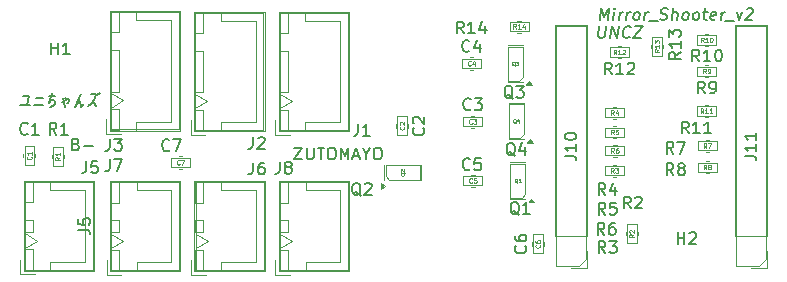
<source format=gbr>
%TF.GenerationSoftware,KiCad,Pcbnew,9.0.3*%
%TF.CreationDate,2025-09-10T20:52:41+09:00*%
%TF.ProjectId,mirror_Shooter_v2,6d697272-6f72-45f5-9368-6f6f7465725f,rev?*%
%TF.SameCoordinates,Original*%
%TF.FileFunction,Legend,Top*%
%TF.FilePolarity,Positive*%
%FSLAX46Y46*%
G04 Gerber Fmt 4.6, Leading zero omitted, Abs format (unit mm)*
G04 Created by KiCad (PCBNEW 9.0.3) date 2025-09-10 20:52:41*
%MOMM*%
%LPD*%
G01*
G04 APERTURE LIST*
%ADD10C,0.200000*%
%ADD11C,0.150000*%
%ADD12C,0.120000*%
%ADD13C,0.060000*%
%ADD14C,0.050000*%
%ADD15C,0.100000*%
G04 APERTURE END LIST*
D10*
X209135474Y-99642219D02*
X209260474Y-98642219D01*
X209260474Y-98642219D02*
X209504522Y-99356504D01*
X209504522Y-99356504D02*
X209927141Y-98642219D01*
X209927141Y-98642219D02*
X209802141Y-99642219D01*
X210278331Y-99642219D02*
X210361665Y-98975552D01*
X210403331Y-98642219D02*
X210349760Y-98689838D01*
X210349760Y-98689838D02*
X210391427Y-98737457D01*
X210391427Y-98737457D02*
X210444998Y-98689838D01*
X210444998Y-98689838D02*
X210403331Y-98642219D01*
X210403331Y-98642219D02*
X210391427Y-98737457D01*
X210754521Y-99642219D02*
X210837855Y-98975552D01*
X210814045Y-99166028D02*
X210873569Y-99070790D01*
X210873569Y-99070790D02*
X210927140Y-99023171D01*
X210927140Y-99023171D02*
X211028331Y-98975552D01*
X211028331Y-98975552D02*
X211123569Y-98975552D01*
X211373569Y-99642219D02*
X211456903Y-98975552D01*
X211433093Y-99166028D02*
X211492617Y-99070790D01*
X211492617Y-99070790D02*
X211546188Y-99023171D01*
X211546188Y-99023171D02*
X211647379Y-98975552D01*
X211647379Y-98975552D02*
X211742617Y-98975552D01*
X212135475Y-99642219D02*
X212046189Y-99594600D01*
X212046189Y-99594600D02*
X212004522Y-99546980D01*
X212004522Y-99546980D02*
X211968808Y-99451742D01*
X211968808Y-99451742D02*
X212004522Y-99166028D01*
X212004522Y-99166028D02*
X212064046Y-99070790D01*
X212064046Y-99070790D02*
X212117617Y-99023171D01*
X212117617Y-99023171D02*
X212218808Y-98975552D01*
X212218808Y-98975552D02*
X212361665Y-98975552D01*
X212361665Y-98975552D02*
X212450951Y-99023171D01*
X212450951Y-99023171D02*
X212492617Y-99070790D01*
X212492617Y-99070790D02*
X212528332Y-99166028D01*
X212528332Y-99166028D02*
X212492617Y-99451742D01*
X212492617Y-99451742D02*
X212433094Y-99546980D01*
X212433094Y-99546980D02*
X212379522Y-99594600D01*
X212379522Y-99594600D02*
X212278332Y-99642219D01*
X212278332Y-99642219D02*
X212135475Y-99642219D01*
X212897379Y-99642219D02*
X212980713Y-98975552D01*
X212956903Y-99166028D02*
X213016427Y-99070790D01*
X213016427Y-99070790D02*
X213069998Y-99023171D01*
X213069998Y-99023171D02*
X213171189Y-98975552D01*
X213171189Y-98975552D02*
X213266427Y-98975552D01*
X213266427Y-99737457D02*
X214028332Y-99737457D01*
X214236666Y-99594600D02*
X214373570Y-99642219D01*
X214373570Y-99642219D02*
X214611666Y-99642219D01*
X214611666Y-99642219D02*
X214712856Y-99594600D01*
X214712856Y-99594600D02*
X214766428Y-99546980D01*
X214766428Y-99546980D02*
X214825951Y-99451742D01*
X214825951Y-99451742D02*
X214837856Y-99356504D01*
X214837856Y-99356504D02*
X214802142Y-99261266D01*
X214802142Y-99261266D02*
X214760475Y-99213647D01*
X214760475Y-99213647D02*
X214671190Y-99166028D01*
X214671190Y-99166028D02*
X214486666Y-99118409D01*
X214486666Y-99118409D02*
X214397380Y-99070790D01*
X214397380Y-99070790D02*
X214355713Y-99023171D01*
X214355713Y-99023171D02*
X214319999Y-98927933D01*
X214319999Y-98927933D02*
X214331904Y-98832695D01*
X214331904Y-98832695D02*
X214391428Y-98737457D01*
X214391428Y-98737457D02*
X214444999Y-98689838D01*
X214444999Y-98689838D02*
X214546190Y-98642219D01*
X214546190Y-98642219D02*
X214784285Y-98642219D01*
X214784285Y-98642219D02*
X214921190Y-98689838D01*
X215230713Y-99642219D02*
X215355713Y-98642219D01*
X215659285Y-99642219D02*
X215724761Y-99118409D01*
X215724761Y-99118409D02*
X215689047Y-99023171D01*
X215689047Y-99023171D02*
X215599761Y-98975552D01*
X215599761Y-98975552D02*
X215456904Y-98975552D01*
X215456904Y-98975552D02*
X215355713Y-99023171D01*
X215355713Y-99023171D02*
X215302142Y-99070790D01*
X216278333Y-99642219D02*
X216189047Y-99594600D01*
X216189047Y-99594600D02*
X216147380Y-99546980D01*
X216147380Y-99546980D02*
X216111666Y-99451742D01*
X216111666Y-99451742D02*
X216147380Y-99166028D01*
X216147380Y-99166028D02*
X216206904Y-99070790D01*
X216206904Y-99070790D02*
X216260475Y-99023171D01*
X216260475Y-99023171D02*
X216361666Y-98975552D01*
X216361666Y-98975552D02*
X216504523Y-98975552D01*
X216504523Y-98975552D02*
X216593809Y-99023171D01*
X216593809Y-99023171D02*
X216635475Y-99070790D01*
X216635475Y-99070790D02*
X216671190Y-99166028D01*
X216671190Y-99166028D02*
X216635475Y-99451742D01*
X216635475Y-99451742D02*
X216575952Y-99546980D01*
X216575952Y-99546980D02*
X216522380Y-99594600D01*
X216522380Y-99594600D02*
X216421190Y-99642219D01*
X216421190Y-99642219D02*
X216278333Y-99642219D01*
X217183095Y-99642219D02*
X217093809Y-99594600D01*
X217093809Y-99594600D02*
X217052142Y-99546980D01*
X217052142Y-99546980D02*
X217016428Y-99451742D01*
X217016428Y-99451742D02*
X217052142Y-99166028D01*
X217052142Y-99166028D02*
X217111666Y-99070790D01*
X217111666Y-99070790D02*
X217165237Y-99023171D01*
X217165237Y-99023171D02*
X217266428Y-98975552D01*
X217266428Y-98975552D02*
X217409285Y-98975552D01*
X217409285Y-98975552D02*
X217498571Y-99023171D01*
X217498571Y-99023171D02*
X217540237Y-99070790D01*
X217540237Y-99070790D02*
X217575952Y-99166028D01*
X217575952Y-99166028D02*
X217540237Y-99451742D01*
X217540237Y-99451742D02*
X217480714Y-99546980D01*
X217480714Y-99546980D02*
X217427142Y-99594600D01*
X217427142Y-99594600D02*
X217325952Y-99642219D01*
X217325952Y-99642219D02*
X217183095Y-99642219D01*
X217885476Y-98975552D02*
X218266428Y-98975552D01*
X218069999Y-98642219D02*
X217962857Y-99499361D01*
X217962857Y-99499361D02*
X217998571Y-99594600D01*
X217998571Y-99594600D02*
X218087857Y-99642219D01*
X218087857Y-99642219D02*
X218183095Y-99642219D01*
X218903333Y-99594600D02*
X218802143Y-99642219D01*
X218802143Y-99642219D02*
X218611666Y-99642219D01*
X218611666Y-99642219D02*
X218522381Y-99594600D01*
X218522381Y-99594600D02*
X218486666Y-99499361D01*
X218486666Y-99499361D02*
X218534286Y-99118409D01*
X218534286Y-99118409D02*
X218593809Y-99023171D01*
X218593809Y-99023171D02*
X218695000Y-98975552D01*
X218695000Y-98975552D02*
X218885476Y-98975552D01*
X218885476Y-98975552D02*
X218974762Y-99023171D01*
X218974762Y-99023171D02*
X219010476Y-99118409D01*
X219010476Y-99118409D02*
X218998571Y-99213647D01*
X218998571Y-99213647D02*
X218510476Y-99308885D01*
X219373571Y-99642219D02*
X219456905Y-98975552D01*
X219433095Y-99166028D02*
X219492619Y-99070790D01*
X219492619Y-99070790D02*
X219546190Y-99023171D01*
X219546190Y-99023171D02*
X219647381Y-98975552D01*
X219647381Y-98975552D02*
X219742619Y-98975552D01*
X219742619Y-99737457D02*
X220504524Y-99737457D01*
X220742620Y-98975552D02*
X220897382Y-99642219D01*
X220897382Y-99642219D02*
X221218810Y-98975552D01*
X221581906Y-98737457D02*
X221635477Y-98689838D01*
X221635477Y-98689838D02*
X221736667Y-98642219D01*
X221736667Y-98642219D02*
X221974763Y-98642219D01*
X221974763Y-98642219D02*
X222064048Y-98689838D01*
X222064048Y-98689838D02*
X222105715Y-98737457D01*
X222105715Y-98737457D02*
X222141429Y-98832695D01*
X222141429Y-98832695D02*
X222129525Y-98927933D01*
X222129525Y-98927933D02*
X222064048Y-99070790D01*
X222064048Y-99070790D02*
X221421191Y-99642219D01*
X221421191Y-99642219D02*
X222040239Y-99642219D01*
D11*
X183285714Y-110454819D02*
X183952380Y-110454819D01*
X183952380Y-110454819D02*
X183285714Y-111454819D01*
X183285714Y-111454819D02*
X183952380Y-111454819D01*
X184333333Y-110454819D02*
X184333333Y-111264342D01*
X184333333Y-111264342D02*
X184380952Y-111359580D01*
X184380952Y-111359580D02*
X184428571Y-111407200D01*
X184428571Y-111407200D02*
X184523809Y-111454819D01*
X184523809Y-111454819D02*
X184714285Y-111454819D01*
X184714285Y-111454819D02*
X184809523Y-111407200D01*
X184809523Y-111407200D02*
X184857142Y-111359580D01*
X184857142Y-111359580D02*
X184904761Y-111264342D01*
X184904761Y-111264342D02*
X184904761Y-110454819D01*
X185238095Y-110454819D02*
X185809523Y-110454819D01*
X185523809Y-111454819D02*
X185523809Y-110454819D01*
X186333333Y-110454819D02*
X186523809Y-110454819D01*
X186523809Y-110454819D02*
X186619047Y-110502438D01*
X186619047Y-110502438D02*
X186714285Y-110597676D01*
X186714285Y-110597676D02*
X186761904Y-110788152D01*
X186761904Y-110788152D02*
X186761904Y-111121485D01*
X186761904Y-111121485D02*
X186714285Y-111311961D01*
X186714285Y-111311961D02*
X186619047Y-111407200D01*
X186619047Y-111407200D02*
X186523809Y-111454819D01*
X186523809Y-111454819D02*
X186333333Y-111454819D01*
X186333333Y-111454819D02*
X186238095Y-111407200D01*
X186238095Y-111407200D02*
X186142857Y-111311961D01*
X186142857Y-111311961D02*
X186095238Y-111121485D01*
X186095238Y-111121485D02*
X186095238Y-110788152D01*
X186095238Y-110788152D02*
X186142857Y-110597676D01*
X186142857Y-110597676D02*
X186238095Y-110502438D01*
X186238095Y-110502438D02*
X186333333Y-110454819D01*
X187190476Y-111454819D02*
X187190476Y-110454819D01*
X187190476Y-110454819D02*
X187523809Y-111169104D01*
X187523809Y-111169104D02*
X187857142Y-110454819D01*
X187857142Y-110454819D02*
X187857142Y-111454819D01*
X188285714Y-111169104D02*
X188761904Y-111169104D01*
X188190476Y-111454819D02*
X188523809Y-110454819D01*
X188523809Y-110454819D02*
X188857142Y-111454819D01*
X189380952Y-110978628D02*
X189380952Y-111454819D01*
X189047619Y-110454819D02*
X189380952Y-110978628D01*
X189380952Y-110978628D02*
X189714285Y-110454819D01*
X190238095Y-110454819D02*
X190428571Y-110454819D01*
X190428571Y-110454819D02*
X190523809Y-110502438D01*
X190523809Y-110502438D02*
X190619047Y-110597676D01*
X190619047Y-110597676D02*
X190666666Y-110788152D01*
X190666666Y-110788152D02*
X190666666Y-111121485D01*
X190666666Y-111121485D02*
X190619047Y-111311961D01*
X190619047Y-111311961D02*
X190523809Y-111407200D01*
X190523809Y-111407200D02*
X190428571Y-111454819D01*
X190428571Y-111454819D02*
X190238095Y-111454819D01*
X190238095Y-111454819D02*
X190142857Y-111407200D01*
X190142857Y-111407200D02*
X190047619Y-111311961D01*
X190047619Y-111311961D02*
X190000000Y-111121485D01*
X190000000Y-111121485D02*
X190000000Y-110788152D01*
X190000000Y-110788152D02*
X190047619Y-110597676D01*
X190047619Y-110597676D02*
X190142857Y-110502438D01*
X190142857Y-110502438D02*
X190238095Y-110454819D01*
D10*
X209103333Y-100172219D02*
X209002143Y-100981742D01*
X209002143Y-100981742D02*
X209037857Y-101076980D01*
X209037857Y-101076980D02*
X209079524Y-101124600D01*
X209079524Y-101124600D02*
X209168810Y-101172219D01*
X209168810Y-101172219D02*
X209359286Y-101172219D01*
X209359286Y-101172219D02*
X209460476Y-101124600D01*
X209460476Y-101124600D02*
X209514048Y-101076980D01*
X209514048Y-101076980D02*
X209573571Y-100981742D01*
X209573571Y-100981742D02*
X209674762Y-100172219D01*
X210025952Y-101172219D02*
X210150952Y-100172219D01*
X210150952Y-100172219D02*
X210597381Y-101172219D01*
X210597381Y-101172219D02*
X210722381Y-100172219D01*
X211656905Y-101076980D02*
X211603333Y-101124600D01*
X211603333Y-101124600D02*
X211454524Y-101172219D01*
X211454524Y-101172219D02*
X211359286Y-101172219D01*
X211359286Y-101172219D02*
X211222381Y-101124600D01*
X211222381Y-101124600D02*
X211139048Y-101029361D01*
X211139048Y-101029361D02*
X211103333Y-100934123D01*
X211103333Y-100934123D02*
X211079524Y-100743647D01*
X211079524Y-100743647D02*
X211097381Y-100600790D01*
X211097381Y-100600790D02*
X211168809Y-100410314D01*
X211168809Y-100410314D02*
X211228333Y-100315076D01*
X211228333Y-100315076D02*
X211335476Y-100219838D01*
X211335476Y-100219838D02*
X211484286Y-100172219D01*
X211484286Y-100172219D02*
X211579524Y-100172219D01*
X211579524Y-100172219D02*
X211716429Y-100219838D01*
X211716429Y-100219838D02*
X211758095Y-100267457D01*
X212103333Y-100172219D02*
X212770000Y-100172219D01*
X212770000Y-100172219D02*
X211978333Y-101172219D01*
X211978333Y-101172219D02*
X212645000Y-101172219D01*
D11*
X164806381Y-110167009D02*
X164949238Y-110214628D01*
X164949238Y-110214628D02*
X164996857Y-110262247D01*
X164996857Y-110262247D02*
X165044476Y-110357485D01*
X165044476Y-110357485D02*
X165044476Y-110500342D01*
X165044476Y-110500342D02*
X164996857Y-110595580D01*
X164996857Y-110595580D02*
X164949238Y-110643200D01*
X164949238Y-110643200D02*
X164854000Y-110690819D01*
X164854000Y-110690819D02*
X164473048Y-110690819D01*
X164473048Y-110690819D02*
X164473048Y-109690819D01*
X164473048Y-109690819D02*
X164806381Y-109690819D01*
X164806381Y-109690819D02*
X164901619Y-109738438D01*
X164901619Y-109738438D02*
X164949238Y-109786057D01*
X164949238Y-109786057D02*
X164996857Y-109881295D01*
X164996857Y-109881295D02*
X164996857Y-109976533D01*
X164996857Y-109976533D02*
X164949238Y-110071771D01*
X164949238Y-110071771D02*
X164901619Y-110119390D01*
X164901619Y-110119390D02*
X164806381Y-110167009D01*
X164806381Y-110167009D02*
X164473048Y-110167009D01*
X165473048Y-110309866D02*
X166234953Y-110309866D01*
D10*
X160041642Y-106841957D02*
X160879737Y-106841957D01*
X160290452Y-106108623D02*
X160814261Y-106108623D01*
X160814261Y-106108623D02*
X160670214Y-106841957D01*
X161194023Y-106841957D02*
X162032118Y-106841957D01*
X161377357Y-106213385D02*
X162005928Y-106213385D01*
X162490452Y-106108623D02*
X163014261Y-106108623D01*
X162732714Y-105846719D02*
X162477357Y-106632433D01*
X162477357Y-106632433D02*
X162713071Y-106422909D01*
X162713071Y-106422909D02*
X162922595Y-106422909D01*
X162922595Y-106422909D02*
X163007714Y-106580052D01*
X163007714Y-106580052D02*
X162981523Y-106789576D01*
X162981523Y-106789576D02*
X162804738Y-106946719D01*
X162804738Y-106946719D02*
X162582119Y-107051480D01*
X163727952Y-106265766D02*
X163891642Y-107051480D01*
X163891642Y-106213385D02*
X163983309Y-106318147D01*
X163636285Y-106580052D02*
X164081523Y-106370528D01*
X164081523Y-106370528D02*
X164232119Y-106422909D01*
X164232119Y-106422909D02*
X164219023Y-106527671D01*
X164219023Y-106527671D02*
X164153547Y-106632433D01*
X164153547Y-106632433D02*
X163989857Y-106684814D01*
X165188071Y-105899100D02*
X164729738Y-107051480D01*
X164729738Y-107051480D02*
X165057119Y-106527671D01*
X165057119Y-106527671D02*
X165161881Y-106527671D01*
X165161881Y-106527671D02*
X165201166Y-107051480D01*
X165201166Y-107051480D02*
X165253547Y-107051480D01*
X165253547Y-107051480D02*
X165443428Y-106789576D01*
X166602357Y-105899100D02*
X166694023Y-106003861D01*
X166766047Y-105846719D02*
X166857714Y-105951480D01*
X166261881Y-106527671D02*
X166347000Y-106684814D01*
X166347000Y-106684814D02*
X166471404Y-106946719D01*
X166019619Y-105951480D02*
X166491047Y-105951480D01*
X166491047Y-105951480D02*
X166399381Y-106265766D01*
X166399381Y-106265766D02*
X166274976Y-106422909D01*
X166274976Y-106422909D02*
X166144023Y-106632433D01*
X166144023Y-106632433D02*
X166019619Y-106789576D01*
X166019619Y-106789576D02*
X165842833Y-106946719D01*
D11*
X197604142Y-100784819D02*
X197270809Y-100308628D01*
X197032714Y-100784819D02*
X197032714Y-99784819D01*
X197032714Y-99784819D02*
X197413666Y-99784819D01*
X197413666Y-99784819D02*
X197508904Y-99832438D01*
X197508904Y-99832438D02*
X197556523Y-99880057D01*
X197556523Y-99880057D02*
X197604142Y-99975295D01*
X197604142Y-99975295D02*
X197604142Y-100118152D01*
X197604142Y-100118152D02*
X197556523Y-100213390D01*
X197556523Y-100213390D02*
X197508904Y-100261009D01*
X197508904Y-100261009D02*
X197413666Y-100308628D01*
X197413666Y-100308628D02*
X197032714Y-100308628D01*
X198556523Y-100784819D02*
X197985095Y-100784819D01*
X198270809Y-100784819D02*
X198270809Y-99784819D01*
X198270809Y-99784819D02*
X198175571Y-99927676D01*
X198175571Y-99927676D02*
X198080333Y-100022914D01*
X198080333Y-100022914D02*
X197985095Y-100070533D01*
X199413666Y-100118152D02*
X199413666Y-100784819D01*
X199175571Y-99737200D02*
X198937476Y-100451485D01*
X198937476Y-100451485D02*
X199556523Y-100451485D01*
X215973819Y-102369857D02*
X215497628Y-102703190D01*
X215973819Y-102941285D02*
X214973819Y-102941285D01*
X214973819Y-102941285D02*
X214973819Y-102560333D01*
X214973819Y-102560333D02*
X215021438Y-102465095D01*
X215021438Y-102465095D02*
X215069057Y-102417476D01*
X215069057Y-102417476D02*
X215164295Y-102369857D01*
X215164295Y-102369857D02*
X215307152Y-102369857D01*
X215307152Y-102369857D02*
X215402390Y-102417476D01*
X215402390Y-102417476D02*
X215450009Y-102465095D01*
X215450009Y-102465095D02*
X215497628Y-102560333D01*
X215497628Y-102560333D02*
X215497628Y-102941285D01*
X215973819Y-101417476D02*
X215973819Y-101988904D01*
X215973819Y-101703190D02*
X214973819Y-101703190D01*
X214973819Y-101703190D02*
X215116676Y-101798428D01*
X215116676Y-101798428D02*
X215211914Y-101893666D01*
X215211914Y-101893666D02*
X215259533Y-101988904D01*
X214973819Y-101084142D02*
X214973819Y-100465095D01*
X214973819Y-100465095D02*
X215354771Y-100798428D01*
X215354771Y-100798428D02*
X215354771Y-100655571D01*
X215354771Y-100655571D02*
X215402390Y-100560333D01*
X215402390Y-100560333D02*
X215450009Y-100512714D01*
X215450009Y-100512714D02*
X215545247Y-100465095D01*
X215545247Y-100465095D02*
X215783342Y-100465095D01*
X215783342Y-100465095D02*
X215878580Y-100512714D01*
X215878580Y-100512714D02*
X215926200Y-100560333D01*
X215926200Y-100560333D02*
X215973819Y-100655571D01*
X215973819Y-100655571D02*
X215973819Y-100941285D01*
X215973819Y-100941285D02*
X215926200Y-101036523D01*
X215926200Y-101036523D02*
X215878580Y-101084142D01*
X210150642Y-104246819D02*
X209817309Y-103770628D01*
X209579214Y-104246819D02*
X209579214Y-103246819D01*
X209579214Y-103246819D02*
X209960166Y-103246819D01*
X209960166Y-103246819D02*
X210055404Y-103294438D01*
X210055404Y-103294438D02*
X210103023Y-103342057D01*
X210103023Y-103342057D02*
X210150642Y-103437295D01*
X210150642Y-103437295D02*
X210150642Y-103580152D01*
X210150642Y-103580152D02*
X210103023Y-103675390D01*
X210103023Y-103675390D02*
X210055404Y-103723009D01*
X210055404Y-103723009D02*
X209960166Y-103770628D01*
X209960166Y-103770628D02*
X209579214Y-103770628D01*
X211103023Y-104246819D02*
X210531595Y-104246819D01*
X210817309Y-104246819D02*
X210817309Y-103246819D01*
X210817309Y-103246819D02*
X210722071Y-103389676D01*
X210722071Y-103389676D02*
X210626833Y-103484914D01*
X210626833Y-103484914D02*
X210531595Y-103532533D01*
X211483976Y-103342057D02*
X211531595Y-103294438D01*
X211531595Y-103294438D02*
X211626833Y-103246819D01*
X211626833Y-103246819D02*
X211864928Y-103246819D01*
X211864928Y-103246819D02*
X211960166Y-103294438D01*
X211960166Y-103294438D02*
X212007785Y-103342057D01*
X212007785Y-103342057D02*
X212055404Y-103437295D01*
X212055404Y-103437295D02*
X212055404Y-103532533D01*
X212055404Y-103532533D02*
X212007785Y-103675390D01*
X212007785Y-103675390D02*
X211436357Y-104246819D01*
X211436357Y-104246819D02*
X212055404Y-104246819D01*
X165655666Y-111595819D02*
X165655666Y-112310104D01*
X165655666Y-112310104D02*
X165608047Y-112452961D01*
X165608047Y-112452961D02*
X165512809Y-112548200D01*
X165512809Y-112548200D02*
X165369952Y-112595819D01*
X165369952Y-112595819D02*
X165274714Y-112595819D01*
X166608047Y-111595819D02*
X166131857Y-111595819D01*
X166131857Y-111595819D02*
X166084238Y-112072009D01*
X166084238Y-112072009D02*
X166131857Y-112024390D01*
X166131857Y-112024390D02*
X166227095Y-111976771D01*
X166227095Y-111976771D02*
X166465190Y-111976771D01*
X166465190Y-111976771D02*
X166560428Y-112024390D01*
X166560428Y-112024390D02*
X166608047Y-112072009D01*
X166608047Y-112072009D02*
X166655666Y-112167247D01*
X166655666Y-112167247D02*
X166655666Y-112405342D01*
X166655666Y-112405342D02*
X166608047Y-112500580D01*
X166608047Y-112500580D02*
X166560428Y-112548200D01*
X166560428Y-112548200D02*
X166465190Y-112595819D01*
X166465190Y-112595819D02*
X166227095Y-112595819D01*
X166227095Y-112595819D02*
X166131857Y-112548200D01*
X166131857Y-112548200D02*
X166084238Y-112500580D01*
X163133333Y-109354819D02*
X162800000Y-108878628D01*
X162561905Y-109354819D02*
X162561905Y-108354819D01*
X162561905Y-108354819D02*
X162942857Y-108354819D01*
X162942857Y-108354819D02*
X163038095Y-108402438D01*
X163038095Y-108402438D02*
X163085714Y-108450057D01*
X163085714Y-108450057D02*
X163133333Y-108545295D01*
X163133333Y-108545295D02*
X163133333Y-108688152D01*
X163133333Y-108688152D02*
X163085714Y-108783390D01*
X163085714Y-108783390D02*
X163038095Y-108831009D01*
X163038095Y-108831009D02*
X162942857Y-108878628D01*
X162942857Y-108878628D02*
X162561905Y-108878628D01*
X164085714Y-109354819D02*
X163514286Y-109354819D01*
X163800000Y-109354819D02*
X163800000Y-108354819D01*
X163800000Y-108354819D02*
X163704762Y-108497676D01*
X163704762Y-108497676D02*
X163609524Y-108592914D01*
X163609524Y-108592914D02*
X163514286Y-108640533D01*
X209603333Y-114464819D02*
X209270000Y-113988628D01*
X209031905Y-114464819D02*
X209031905Y-113464819D01*
X209031905Y-113464819D02*
X209412857Y-113464819D01*
X209412857Y-113464819D02*
X209508095Y-113512438D01*
X209508095Y-113512438D02*
X209555714Y-113560057D01*
X209555714Y-113560057D02*
X209603333Y-113655295D01*
X209603333Y-113655295D02*
X209603333Y-113798152D01*
X209603333Y-113798152D02*
X209555714Y-113893390D01*
X209555714Y-113893390D02*
X209508095Y-113941009D01*
X209508095Y-113941009D02*
X209412857Y-113988628D01*
X209412857Y-113988628D02*
X209031905Y-113988628D01*
X210460476Y-113798152D02*
X210460476Y-114464819D01*
X210222381Y-113417200D02*
X209984286Y-114131485D01*
X209984286Y-114131485D02*
X210603333Y-114131485D01*
X215375533Y-110954819D02*
X215042200Y-110478628D01*
X214804105Y-110954819D02*
X214804105Y-109954819D01*
X214804105Y-109954819D02*
X215185057Y-109954819D01*
X215185057Y-109954819D02*
X215280295Y-110002438D01*
X215280295Y-110002438D02*
X215327914Y-110050057D01*
X215327914Y-110050057D02*
X215375533Y-110145295D01*
X215375533Y-110145295D02*
X215375533Y-110288152D01*
X215375533Y-110288152D02*
X215327914Y-110383390D01*
X215327914Y-110383390D02*
X215280295Y-110431009D01*
X215280295Y-110431009D02*
X215185057Y-110478628D01*
X215185057Y-110478628D02*
X214804105Y-110478628D01*
X215708867Y-109954819D02*
X216375533Y-109954819D01*
X216375533Y-109954819D02*
X215946962Y-110954819D01*
X202829580Y-118766666D02*
X202877200Y-118814285D01*
X202877200Y-118814285D02*
X202924819Y-118957142D01*
X202924819Y-118957142D02*
X202924819Y-119052380D01*
X202924819Y-119052380D02*
X202877200Y-119195237D01*
X202877200Y-119195237D02*
X202781961Y-119290475D01*
X202781961Y-119290475D02*
X202686723Y-119338094D01*
X202686723Y-119338094D02*
X202496247Y-119385713D01*
X202496247Y-119385713D02*
X202353390Y-119385713D01*
X202353390Y-119385713D02*
X202162914Y-119338094D01*
X202162914Y-119338094D02*
X202067676Y-119290475D01*
X202067676Y-119290475D02*
X201972438Y-119195237D01*
X201972438Y-119195237D02*
X201924819Y-119052380D01*
X201924819Y-119052380D02*
X201924819Y-118957142D01*
X201924819Y-118957142D02*
X201972438Y-118814285D01*
X201972438Y-118814285D02*
X202020057Y-118766666D01*
X201924819Y-117909523D02*
X201924819Y-118099999D01*
X201924819Y-118099999D02*
X201972438Y-118195237D01*
X201972438Y-118195237D02*
X202020057Y-118242856D01*
X202020057Y-118242856D02*
X202162914Y-118338094D01*
X202162914Y-118338094D02*
X202353390Y-118385713D01*
X202353390Y-118385713D02*
X202734342Y-118385713D01*
X202734342Y-118385713D02*
X202829580Y-118338094D01*
X202829580Y-118338094D02*
X202877200Y-118290475D01*
X202877200Y-118290475D02*
X202924819Y-118195237D01*
X202924819Y-118195237D02*
X202924819Y-118004761D01*
X202924819Y-118004761D02*
X202877200Y-117909523D01*
X202877200Y-117909523D02*
X202829580Y-117861904D01*
X202829580Y-117861904D02*
X202734342Y-117814285D01*
X202734342Y-117814285D02*
X202496247Y-117814285D01*
X202496247Y-117814285D02*
X202401009Y-117861904D01*
X202401009Y-117861904D02*
X202353390Y-117909523D01*
X202353390Y-117909523D02*
X202305771Y-118004761D01*
X202305771Y-118004761D02*
X202305771Y-118195237D01*
X202305771Y-118195237D02*
X202353390Y-118290475D01*
X202353390Y-118290475D02*
X202401009Y-118338094D01*
X202401009Y-118338094D02*
X202496247Y-118385713D01*
X216657142Y-109254819D02*
X216323809Y-108778628D01*
X216085714Y-109254819D02*
X216085714Y-108254819D01*
X216085714Y-108254819D02*
X216466666Y-108254819D01*
X216466666Y-108254819D02*
X216561904Y-108302438D01*
X216561904Y-108302438D02*
X216609523Y-108350057D01*
X216609523Y-108350057D02*
X216657142Y-108445295D01*
X216657142Y-108445295D02*
X216657142Y-108588152D01*
X216657142Y-108588152D02*
X216609523Y-108683390D01*
X216609523Y-108683390D02*
X216561904Y-108731009D01*
X216561904Y-108731009D02*
X216466666Y-108778628D01*
X216466666Y-108778628D02*
X216085714Y-108778628D01*
X217609523Y-109254819D02*
X217038095Y-109254819D01*
X217323809Y-109254819D02*
X217323809Y-108254819D01*
X217323809Y-108254819D02*
X217228571Y-108397676D01*
X217228571Y-108397676D02*
X217133333Y-108492914D01*
X217133333Y-108492914D02*
X217038095Y-108540533D01*
X218561904Y-109254819D02*
X217990476Y-109254819D01*
X218276190Y-109254819D02*
X218276190Y-108254819D01*
X218276190Y-108254819D02*
X218180952Y-108397676D01*
X218180952Y-108397676D02*
X218085714Y-108492914D01*
X218085714Y-108492914D02*
X217990476Y-108540533D01*
X209603333Y-119375819D02*
X209270000Y-118899628D01*
X209031905Y-119375819D02*
X209031905Y-118375819D01*
X209031905Y-118375819D02*
X209412857Y-118375819D01*
X209412857Y-118375819D02*
X209508095Y-118423438D01*
X209508095Y-118423438D02*
X209555714Y-118471057D01*
X209555714Y-118471057D02*
X209603333Y-118566295D01*
X209603333Y-118566295D02*
X209603333Y-118709152D01*
X209603333Y-118709152D02*
X209555714Y-118804390D01*
X209555714Y-118804390D02*
X209508095Y-118852009D01*
X209508095Y-118852009D02*
X209412857Y-118899628D01*
X209412857Y-118899628D02*
X209031905Y-118899628D01*
X209936667Y-118375819D02*
X210555714Y-118375819D01*
X210555714Y-118375819D02*
X210222381Y-118756771D01*
X210222381Y-118756771D02*
X210365238Y-118756771D01*
X210365238Y-118756771D02*
X210460476Y-118804390D01*
X210460476Y-118804390D02*
X210508095Y-118852009D01*
X210508095Y-118852009D02*
X210555714Y-118947247D01*
X210555714Y-118947247D02*
X210555714Y-119185342D01*
X210555714Y-119185342D02*
X210508095Y-119280580D01*
X210508095Y-119280580D02*
X210460476Y-119328200D01*
X210460476Y-119328200D02*
X210365238Y-119375819D01*
X210365238Y-119375819D02*
X210079524Y-119375819D01*
X210079524Y-119375819D02*
X209984286Y-119328200D01*
X209984286Y-119328200D02*
X209936667Y-119280580D01*
X211753333Y-115604819D02*
X211420000Y-115128628D01*
X211181905Y-115604819D02*
X211181905Y-114604819D01*
X211181905Y-114604819D02*
X211562857Y-114604819D01*
X211562857Y-114604819D02*
X211658095Y-114652438D01*
X211658095Y-114652438D02*
X211705714Y-114700057D01*
X211705714Y-114700057D02*
X211753333Y-114795295D01*
X211753333Y-114795295D02*
X211753333Y-114938152D01*
X211753333Y-114938152D02*
X211705714Y-115033390D01*
X211705714Y-115033390D02*
X211658095Y-115081009D01*
X211658095Y-115081009D02*
X211562857Y-115128628D01*
X211562857Y-115128628D02*
X211181905Y-115128628D01*
X212134286Y-114700057D02*
X212181905Y-114652438D01*
X212181905Y-114652438D02*
X212277143Y-114604819D01*
X212277143Y-114604819D02*
X212515238Y-114604819D01*
X212515238Y-114604819D02*
X212610476Y-114652438D01*
X212610476Y-114652438D02*
X212658095Y-114700057D01*
X212658095Y-114700057D02*
X212705714Y-114795295D01*
X212705714Y-114795295D02*
X212705714Y-114890533D01*
X212705714Y-114890533D02*
X212658095Y-115033390D01*
X212658095Y-115033390D02*
X212086667Y-115604819D01*
X212086667Y-115604819D02*
X212705714Y-115604819D01*
X188666666Y-108454819D02*
X188666666Y-109169104D01*
X188666666Y-109169104D02*
X188619047Y-109311961D01*
X188619047Y-109311961D02*
X188523809Y-109407200D01*
X188523809Y-109407200D02*
X188380952Y-109454819D01*
X188380952Y-109454819D02*
X188285714Y-109454819D01*
X189666666Y-109454819D02*
X189095238Y-109454819D01*
X189380952Y-109454819D02*
X189380952Y-108454819D01*
X189380952Y-108454819D02*
X189285714Y-108597676D01*
X189285714Y-108597676D02*
X189190476Y-108692914D01*
X189190476Y-108692914D02*
X189095238Y-108740533D01*
X167666666Y-109704819D02*
X167666666Y-110419104D01*
X167666666Y-110419104D02*
X167619047Y-110561961D01*
X167619047Y-110561961D02*
X167523809Y-110657200D01*
X167523809Y-110657200D02*
X167380952Y-110704819D01*
X167380952Y-110704819D02*
X167285714Y-110704819D01*
X168047619Y-109704819D02*
X168666666Y-109704819D01*
X168666666Y-109704819D02*
X168333333Y-110085771D01*
X168333333Y-110085771D02*
X168476190Y-110085771D01*
X168476190Y-110085771D02*
X168571428Y-110133390D01*
X168571428Y-110133390D02*
X168619047Y-110181009D01*
X168619047Y-110181009D02*
X168666666Y-110276247D01*
X168666666Y-110276247D02*
X168666666Y-110514342D01*
X168666666Y-110514342D02*
X168619047Y-110609580D01*
X168619047Y-110609580D02*
X168571428Y-110657200D01*
X168571428Y-110657200D02*
X168476190Y-110704819D01*
X168476190Y-110704819D02*
X168190476Y-110704819D01*
X168190476Y-110704819D02*
X168095238Y-110657200D01*
X168095238Y-110657200D02*
X168047619Y-110609580D01*
X179766666Y-109554819D02*
X179766666Y-110269104D01*
X179766666Y-110269104D02*
X179719047Y-110411961D01*
X179719047Y-110411961D02*
X179623809Y-110507200D01*
X179623809Y-110507200D02*
X179480952Y-110554819D01*
X179480952Y-110554819D02*
X179385714Y-110554819D01*
X180195238Y-109650057D02*
X180242857Y-109602438D01*
X180242857Y-109602438D02*
X180338095Y-109554819D01*
X180338095Y-109554819D02*
X180576190Y-109554819D01*
X180576190Y-109554819D02*
X180671428Y-109602438D01*
X180671428Y-109602438D02*
X180719047Y-109650057D01*
X180719047Y-109650057D02*
X180766666Y-109745295D01*
X180766666Y-109745295D02*
X180766666Y-109840533D01*
X180766666Y-109840533D02*
X180719047Y-109983390D01*
X180719047Y-109983390D02*
X180147619Y-110554819D01*
X180147619Y-110554819D02*
X180766666Y-110554819D01*
X201967261Y-111150057D02*
X201872023Y-111102438D01*
X201872023Y-111102438D02*
X201776785Y-111007200D01*
X201776785Y-111007200D02*
X201633928Y-110864342D01*
X201633928Y-110864342D02*
X201538690Y-110816723D01*
X201538690Y-110816723D02*
X201443452Y-110816723D01*
X201491071Y-111054819D02*
X201395833Y-111007200D01*
X201395833Y-111007200D02*
X201300595Y-110911961D01*
X201300595Y-110911961D02*
X201252976Y-110721485D01*
X201252976Y-110721485D02*
X201252976Y-110388152D01*
X201252976Y-110388152D02*
X201300595Y-110197676D01*
X201300595Y-110197676D02*
X201395833Y-110102438D01*
X201395833Y-110102438D02*
X201491071Y-110054819D01*
X201491071Y-110054819D02*
X201681547Y-110054819D01*
X201681547Y-110054819D02*
X201776785Y-110102438D01*
X201776785Y-110102438D02*
X201872023Y-110197676D01*
X201872023Y-110197676D02*
X201919642Y-110388152D01*
X201919642Y-110388152D02*
X201919642Y-110721485D01*
X201919642Y-110721485D02*
X201872023Y-110911961D01*
X201872023Y-110911961D02*
X201776785Y-111007200D01*
X201776785Y-111007200D02*
X201681547Y-111054819D01*
X201681547Y-111054819D02*
X201491071Y-111054819D01*
X202776785Y-110388152D02*
X202776785Y-111054819D01*
X202538690Y-110007200D02*
X202300595Y-110721485D01*
X202300595Y-110721485D02*
X202919642Y-110721485D01*
X167666666Y-111454819D02*
X167666666Y-112169104D01*
X167666666Y-112169104D02*
X167619047Y-112311961D01*
X167619047Y-112311961D02*
X167523809Y-112407200D01*
X167523809Y-112407200D02*
X167380952Y-112454819D01*
X167380952Y-112454819D02*
X167285714Y-112454819D01*
X168047619Y-111454819D02*
X168714285Y-111454819D01*
X168714285Y-111454819D02*
X168285714Y-112454819D01*
X182041666Y-111654819D02*
X182041666Y-112369104D01*
X182041666Y-112369104D02*
X181994047Y-112511961D01*
X181994047Y-112511961D02*
X181898809Y-112607200D01*
X181898809Y-112607200D02*
X181755952Y-112654819D01*
X181755952Y-112654819D02*
X181660714Y-112654819D01*
X182660714Y-112083390D02*
X182565476Y-112035771D01*
X182565476Y-112035771D02*
X182517857Y-111988152D01*
X182517857Y-111988152D02*
X182470238Y-111892914D01*
X182470238Y-111892914D02*
X182470238Y-111845295D01*
X182470238Y-111845295D02*
X182517857Y-111750057D01*
X182517857Y-111750057D02*
X182565476Y-111702438D01*
X182565476Y-111702438D02*
X182660714Y-111654819D01*
X182660714Y-111654819D02*
X182851190Y-111654819D01*
X182851190Y-111654819D02*
X182946428Y-111702438D01*
X182946428Y-111702438D02*
X182994047Y-111750057D01*
X182994047Y-111750057D02*
X183041666Y-111845295D01*
X183041666Y-111845295D02*
X183041666Y-111892914D01*
X183041666Y-111892914D02*
X182994047Y-111988152D01*
X182994047Y-111988152D02*
X182946428Y-112035771D01*
X182946428Y-112035771D02*
X182851190Y-112083390D01*
X182851190Y-112083390D02*
X182660714Y-112083390D01*
X182660714Y-112083390D02*
X182565476Y-112131009D01*
X182565476Y-112131009D02*
X182517857Y-112178628D01*
X182517857Y-112178628D02*
X182470238Y-112273866D01*
X182470238Y-112273866D02*
X182470238Y-112464342D01*
X182470238Y-112464342D02*
X182517857Y-112559580D01*
X182517857Y-112559580D02*
X182565476Y-112607200D01*
X182565476Y-112607200D02*
X182660714Y-112654819D01*
X182660714Y-112654819D02*
X182851190Y-112654819D01*
X182851190Y-112654819D02*
X182946428Y-112607200D01*
X182946428Y-112607200D02*
X182994047Y-112559580D01*
X182994047Y-112559580D02*
X183041666Y-112464342D01*
X183041666Y-112464342D02*
X183041666Y-112273866D01*
X183041666Y-112273866D02*
X182994047Y-112178628D01*
X182994047Y-112178628D02*
X182946428Y-112131009D01*
X182946428Y-112131009D02*
X182851190Y-112083390D01*
X217557142Y-103144819D02*
X217223809Y-102668628D01*
X216985714Y-103144819D02*
X216985714Y-102144819D01*
X216985714Y-102144819D02*
X217366666Y-102144819D01*
X217366666Y-102144819D02*
X217461904Y-102192438D01*
X217461904Y-102192438D02*
X217509523Y-102240057D01*
X217509523Y-102240057D02*
X217557142Y-102335295D01*
X217557142Y-102335295D02*
X217557142Y-102478152D01*
X217557142Y-102478152D02*
X217509523Y-102573390D01*
X217509523Y-102573390D02*
X217461904Y-102621009D01*
X217461904Y-102621009D02*
X217366666Y-102668628D01*
X217366666Y-102668628D02*
X216985714Y-102668628D01*
X218509523Y-103144819D02*
X217938095Y-103144819D01*
X218223809Y-103144819D02*
X218223809Y-102144819D01*
X218223809Y-102144819D02*
X218128571Y-102287676D01*
X218128571Y-102287676D02*
X218033333Y-102382914D01*
X218033333Y-102382914D02*
X217938095Y-102430533D01*
X219128571Y-102144819D02*
X219223809Y-102144819D01*
X219223809Y-102144819D02*
X219319047Y-102192438D01*
X219319047Y-102192438D02*
X219366666Y-102240057D01*
X219366666Y-102240057D02*
X219414285Y-102335295D01*
X219414285Y-102335295D02*
X219461904Y-102525771D01*
X219461904Y-102525771D02*
X219461904Y-102763866D01*
X219461904Y-102763866D02*
X219414285Y-102954342D01*
X219414285Y-102954342D02*
X219366666Y-103049580D01*
X219366666Y-103049580D02*
X219319047Y-103097200D01*
X219319047Y-103097200D02*
X219223809Y-103144819D01*
X219223809Y-103144819D02*
X219128571Y-103144819D01*
X219128571Y-103144819D02*
X219033333Y-103097200D01*
X219033333Y-103097200D02*
X218985714Y-103049580D01*
X218985714Y-103049580D02*
X218938095Y-102954342D01*
X218938095Y-102954342D02*
X218890476Y-102763866D01*
X218890476Y-102763866D02*
X218890476Y-102525771D01*
X218890476Y-102525771D02*
X218938095Y-102335295D01*
X218938095Y-102335295D02*
X218985714Y-102240057D01*
X218985714Y-102240057D02*
X219033333Y-102192438D01*
X219033333Y-102192438D02*
X219128571Y-102144819D01*
X209603333Y-116115819D02*
X209270000Y-115639628D01*
X209031905Y-116115819D02*
X209031905Y-115115819D01*
X209031905Y-115115819D02*
X209412857Y-115115819D01*
X209412857Y-115115819D02*
X209508095Y-115163438D01*
X209508095Y-115163438D02*
X209555714Y-115211057D01*
X209555714Y-115211057D02*
X209603333Y-115306295D01*
X209603333Y-115306295D02*
X209603333Y-115449152D01*
X209603333Y-115449152D02*
X209555714Y-115544390D01*
X209555714Y-115544390D02*
X209508095Y-115592009D01*
X209508095Y-115592009D02*
X209412857Y-115639628D01*
X209412857Y-115639628D02*
X209031905Y-115639628D01*
X210508095Y-115115819D02*
X210031905Y-115115819D01*
X210031905Y-115115819D02*
X209984286Y-115592009D01*
X209984286Y-115592009D02*
X210031905Y-115544390D01*
X210031905Y-115544390D02*
X210127143Y-115496771D01*
X210127143Y-115496771D02*
X210365238Y-115496771D01*
X210365238Y-115496771D02*
X210460476Y-115544390D01*
X210460476Y-115544390D02*
X210508095Y-115592009D01*
X210508095Y-115592009D02*
X210555714Y-115687247D01*
X210555714Y-115687247D02*
X210555714Y-115925342D01*
X210555714Y-115925342D02*
X210508095Y-116020580D01*
X210508095Y-116020580D02*
X210460476Y-116068200D01*
X210460476Y-116068200D02*
X210365238Y-116115819D01*
X210365238Y-116115819D02*
X210127143Y-116115819D01*
X210127143Y-116115819D02*
X210031905Y-116068200D01*
X210031905Y-116068200D02*
X209984286Y-116020580D01*
X198133333Y-112259580D02*
X198085714Y-112307200D01*
X198085714Y-112307200D02*
X197942857Y-112354819D01*
X197942857Y-112354819D02*
X197847619Y-112354819D01*
X197847619Y-112354819D02*
X197704762Y-112307200D01*
X197704762Y-112307200D02*
X197609524Y-112211961D01*
X197609524Y-112211961D02*
X197561905Y-112116723D01*
X197561905Y-112116723D02*
X197514286Y-111926247D01*
X197514286Y-111926247D02*
X197514286Y-111783390D01*
X197514286Y-111783390D02*
X197561905Y-111592914D01*
X197561905Y-111592914D02*
X197609524Y-111497676D01*
X197609524Y-111497676D02*
X197704762Y-111402438D01*
X197704762Y-111402438D02*
X197847619Y-111354819D01*
X197847619Y-111354819D02*
X197942857Y-111354819D01*
X197942857Y-111354819D02*
X198085714Y-111402438D01*
X198085714Y-111402438D02*
X198133333Y-111450057D01*
X199038095Y-111354819D02*
X198561905Y-111354819D01*
X198561905Y-111354819D02*
X198514286Y-111831009D01*
X198514286Y-111831009D02*
X198561905Y-111783390D01*
X198561905Y-111783390D02*
X198657143Y-111735771D01*
X198657143Y-111735771D02*
X198895238Y-111735771D01*
X198895238Y-111735771D02*
X198990476Y-111783390D01*
X198990476Y-111783390D02*
X199038095Y-111831009D01*
X199038095Y-111831009D02*
X199085714Y-111926247D01*
X199085714Y-111926247D02*
X199085714Y-112164342D01*
X199085714Y-112164342D02*
X199038095Y-112259580D01*
X199038095Y-112259580D02*
X198990476Y-112307200D01*
X198990476Y-112307200D02*
X198895238Y-112354819D01*
X198895238Y-112354819D02*
X198657143Y-112354819D01*
X198657143Y-112354819D02*
X198561905Y-112307200D01*
X198561905Y-112307200D02*
X198514286Y-112259580D01*
X202304761Y-116150057D02*
X202209523Y-116102438D01*
X202209523Y-116102438D02*
X202114285Y-116007200D01*
X202114285Y-116007200D02*
X201971428Y-115864342D01*
X201971428Y-115864342D02*
X201876190Y-115816723D01*
X201876190Y-115816723D02*
X201780952Y-115816723D01*
X201828571Y-116054819D02*
X201733333Y-116007200D01*
X201733333Y-116007200D02*
X201638095Y-115911961D01*
X201638095Y-115911961D02*
X201590476Y-115721485D01*
X201590476Y-115721485D02*
X201590476Y-115388152D01*
X201590476Y-115388152D02*
X201638095Y-115197676D01*
X201638095Y-115197676D02*
X201733333Y-115102438D01*
X201733333Y-115102438D02*
X201828571Y-115054819D01*
X201828571Y-115054819D02*
X202019047Y-115054819D01*
X202019047Y-115054819D02*
X202114285Y-115102438D01*
X202114285Y-115102438D02*
X202209523Y-115197676D01*
X202209523Y-115197676D02*
X202257142Y-115388152D01*
X202257142Y-115388152D02*
X202257142Y-115721485D01*
X202257142Y-115721485D02*
X202209523Y-115911961D01*
X202209523Y-115911961D02*
X202114285Y-116007200D01*
X202114285Y-116007200D02*
X202019047Y-116054819D01*
X202019047Y-116054819D02*
X201828571Y-116054819D01*
X203209523Y-116054819D02*
X202638095Y-116054819D01*
X202923809Y-116054819D02*
X202923809Y-115054819D01*
X202923809Y-115054819D02*
X202828571Y-115197676D01*
X202828571Y-115197676D02*
X202733333Y-115292914D01*
X202733333Y-115292914D02*
X202638095Y-115340533D01*
X198195833Y-107179580D02*
X198148214Y-107227200D01*
X198148214Y-107227200D02*
X198005357Y-107274819D01*
X198005357Y-107274819D02*
X197910119Y-107274819D01*
X197910119Y-107274819D02*
X197767262Y-107227200D01*
X197767262Y-107227200D02*
X197672024Y-107131961D01*
X197672024Y-107131961D02*
X197624405Y-107036723D01*
X197624405Y-107036723D02*
X197576786Y-106846247D01*
X197576786Y-106846247D02*
X197576786Y-106703390D01*
X197576786Y-106703390D02*
X197624405Y-106512914D01*
X197624405Y-106512914D02*
X197672024Y-106417676D01*
X197672024Y-106417676D02*
X197767262Y-106322438D01*
X197767262Y-106322438D02*
X197910119Y-106274819D01*
X197910119Y-106274819D02*
X198005357Y-106274819D01*
X198005357Y-106274819D02*
X198148214Y-106322438D01*
X198148214Y-106322438D02*
X198195833Y-106370057D01*
X198529167Y-106274819D02*
X199148214Y-106274819D01*
X199148214Y-106274819D02*
X198814881Y-106655771D01*
X198814881Y-106655771D02*
X198957738Y-106655771D01*
X198957738Y-106655771D02*
X199052976Y-106703390D01*
X199052976Y-106703390D02*
X199100595Y-106751009D01*
X199100595Y-106751009D02*
X199148214Y-106846247D01*
X199148214Y-106846247D02*
X199148214Y-107084342D01*
X199148214Y-107084342D02*
X199100595Y-107179580D01*
X199100595Y-107179580D02*
X199052976Y-107227200D01*
X199052976Y-107227200D02*
X198957738Y-107274819D01*
X198957738Y-107274819D02*
X198672024Y-107274819D01*
X198672024Y-107274819D02*
X198576786Y-107227200D01*
X198576786Y-107227200D02*
X198529167Y-107179580D01*
X218033333Y-105854819D02*
X217700000Y-105378628D01*
X217461905Y-105854819D02*
X217461905Y-104854819D01*
X217461905Y-104854819D02*
X217842857Y-104854819D01*
X217842857Y-104854819D02*
X217938095Y-104902438D01*
X217938095Y-104902438D02*
X217985714Y-104950057D01*
X217985714Y-104950057D02*
X218033333Y-105045295D01*
X218033333Y-105045295D02*
X218033333Y-105188152D01*
X218033333Y-105188152D02*
X217985714Y-105283390D01*
X217985714Y-105283390D02*
X217938095Y-105331009D01*
X217938095Y-105331009D02*
X217842857Y-105378628D01*
X217842857Y-105378628D02*
X217461905Y-105378628D01*
X218509524Y-105854819D02*
X218700000Y-105854819D01*
X218700000Y-105854819D02*
X218795238Y-105807200D01*
X218795238Y-105807200D02*
X218842857Y-105759580D01*
X218842857Y-105759580D02*
X218938095Y-105616723D01*
X218938095Y-105616723D02*
X218985714Y-105426247D01*
X218985714Y-105426247D02*
X218985714Y-105045295D01*
X218985714Y-105045295D02*
X218938095Y-104950057D01*
X218938095Y-104950057D02*
X218890476Y-104902438D01*
X218890476Y-104902438D02*
X218795238Y-104854819D01*
X218795238Y-104854819D02*
X218604762Y-104854819D01*
X218604762Y-104854819D02*
X218509524Y-104902438D01*
X218509524Y-104902438D02*
X218461905Y-104950057D01*
X218461905Y-104950057D02*
X218414286Y-105045295D01*
X218414286Y-105045295D02*
X218414286Y-105283390D01*
X218414286Y-105283390D02*
X218461905Y-105378628D01*
X218461905Y-105378628D02*
X218509524Y-105426247D01*
X218509524Y-105426247D02*
X218604762Y-105473866D01*
X218604762Y-105473866D02*
X218795238Y-105473866D01*
X218795238Y-105473866D02*
X218890476Y-105426247D01*
X218890476Y-105426247D02*
X218938095Y-105378628D01*
X218938095Y-105378628D02*
X218985714Y-105283390D01*
X160683333Y-109259580D02*
X160635714Y-109307200D01*
X160635714Y-109307200D02*
X160492857Y-109354819D01*
X160492857Y-109354819D02*
X160397619Y-109354819D01*
X160397619Y-109354819D02*
X160254762Y-109307200D01*
X160254762Y-109307200D02*
X160159524Y-109211961D01*
X160159524Y-109211961D02*
X160111905Y-109116723D01*
X160111905Y-109116723D02*
X160064286Y-108926247D01*
X160064286Y-108926247D02*
X160064286Y-108783390D01*
X160064286Y-108783390D02*
X160111905Y-108592914D01*
X160111905Y-108592914D02*
X160159524Y-108497676D01*
X160159524Y-108497676D02*
X160254762Y-108402438D01*
X160254762Y-108402438D02*
X160397619Y-108354819D01*
X160397619Y-108354819D02*
X160492857Y-108354819D01*
X160492857Y-108354819D02*
X160635714Y-108402438D01*
X160635714Y-108402438D02*
X160683333Y-108450057D01*
X161635714Y-109354819D02*
X161064286Y-109354819D01*
X161350000Y-109354819D02*
X161350000Y-108354819D01*
X161350000Y-108354819D02*
X161254762Y-108497676D01*
X161254762Y-108497676D02*
X161159524Y-108592914D01*
X161159524Y-108592914D02*
X161064286Y-108640533D01*
X179766666Y-111722819D02*
X179766666Y-112437104D01*
X179766666Y-112437104D02*
X179719047Y-112579961D01*
X179719047Y-112579961D02*
X179623809Y-112675200D01*
X179623809Y-112675200D02*
X179480952Y-112722819D01*
X179480952Y-112722819D02*
X179385714Y-112722819D01*
X180671428Y-111722819D02*
X180480952Y-111722819D01*
X180480952Y-111722819D02*
X180385714Y-111770438D01*
X180385714Y-111770438D02*
X180338095Y-111818057D01*
X180338095Y-111818057D02*
X180242857Y-111960914D01*
X180242857Y-111960914D02*
X180195238Y-112151390D01*
X180195238Y-112151390D02*
X180195238Y-112532342D01*
X180195238Y-112532342D02*
X180242857Y-112627580D01*
X180242857Y-112627580D02*
X180290476Y-112675200D01*
X180290476Y-112675200D02*
X180385714Y-112722819D01*
X180385714Y-112722819D02*
X180576190Y-112722819D01*
X180576190Y-112722819D02*
X180671428Y-112675200D01*
X180671428Y-112675200D02*
X180719047Y-112627580D01*
X180719047Y-112627580D02*
X180766666Y-112532342D01*
X180766666Y-112532342D02*
X180766666Y-112294247D01*
X180766666Y-112294247D02*
X180719047Y-112199009D01*
X180719047Y-112199009D02*
X180671428Y-112151390D01*
X180671428Y-112151390D02*
X180576190Y-112103771D01*
X180576190Y-112103771D02*
X180385714Y-112103771D01*
X180385714Y-112103771D02*
X180290476Y-112151390D01*
X180290476Y-112151390D02*
X180242857Y-112199009D01*
X180242857Y-112199009D02*
X180195238Y-112294247D01*
X209526033Y-117826419D02*
X209192700Y-117350228D01*
X208954605Y-117826419D02*
X208954605Y-116826419D01*
X208954605Y-116826419D02*
X209335557Y-116826419D01*
X209335557Y-116826419D02*
X209430795Y-116874038D01*
X209430795Y-116874038D02*
X209478414Y-116921657D01*
X209478414Y-116921657D02*
X209526033Y-117016895D01*
X209526033Y-117016895D02*
X209526033Y-117159752D01*
X209526033Y-117159752D02*
X209478414Y-117254990D01*
X209478414Y-117254990D02*
X209430795Y-117302609D01*
X209430795Y-117302609D02*
X209335557Y-117350228D01*
X209335557Y-117350228D02*
X208954605Y-117350228D01*
X210383176Y-116826419D02*
X210192700Y-116826419D01*
X210192700Y-116826419D02*
X210097462Y-116874038D01*
X210097462Y-116874038D02*
X210049843Y-116921657D01*
X210049843Y-116921657D02*
X209954605Y-117064514D01*
X209954605Y-117064514D02*
X209906986Y-117254990D01*
X209906986Y-117254990D02*
X209906986Y-117635942D01*
X209906986Y-117635942D02*
X209954605Y-117731180D01*
X209954605Y-117731180D02*
X210002224Y-117778800D01*
X210002224Y-117778800D02*
X210097462Y-117826419D01*
X210097462Y-117826419D02*
X210287938Y-117826419D01*
X210287938Y-117826419D02*
X210383176Y-117778800D01*
X210383176Y-117778800D02*
X210430795Y-117731180D01*
X210430795Y-117731180D02*
X210478414Y-117635942D01*
X210478414Y-117635942D02*
X210478414Y-117397847D01*
X210478414Y-117397847D02*
X210430795Y-117302609D01*
X210430795Y-117302609D02*
X210383176Y-117254990D01*
X210383176Y-117254990D02*
X210287938Y-117207371D01*
X210287938Y-117207371D02*
X210097462Y-117207371D01*
X210097462Y-117207371D02*
X210002224Y-117254990D01*
X210002224Y-117254990D02*
X209954605Y-117302609D01*
X209954605Y-117302609D02*
X209906986Y-117397847D01*
X201784761Y-106320057D02*
X201689523Y-106272438D01*
X201689523Y-106272438D02*
X201594285Y-106177200D01*
X201594285Y-106177200D02*
X201451428Y-106034342D01*
X201451428Y-106034342D02*
X201356190Y-105986723D01*
X201356190Y-105986723D02*
X201260952Y-105986723D01*
X201308571Y-106224819D02*
X201213333Y-106177200D01*
X201213333Y-106177200D02*
X201118095Y-106081961D01*
X201118095Y-106081961D02*
X201070476Y-105891485D01*
X201070476Y-105891485D02*
X201070476Y-105558152D01*
X201070476Y-105558152D02*
X201118095Y-105367676D01*
X201118095Y-105367676D02*
X201213333Y-105272438D01*
X201213333Y-105272438D02*
X201308571Y-105224819D01*
X201308571Y-105224819D02*
X201499047Y-105224819D01*
X201499047Y-105224819D02*
X201594285Y-105272438D01*
X201594285Y-105272438D02*
X201689523Y-105367676D01*
X201689523Y-105367676D02*
X201737142Y-105558152D01*
X201737142Y-105558152D02*
X201737142Y-105891485D01*
X201737142Y-105891485D02*
X201689523Y-106081961D01*
X201689523Y-106081961D02*
X201594285Y-106177200D01*
X201594285Y-106177200D02*
X201499047Y-106224819D01*
X201499047Y-106224819D02*
X201308571Y-106224819D01*
X202070476Y-105224819D02*
X202689523Y-105224819D01*
X202689523Y-105224819D02*
X202356190Y-105605771D01*
X202356190Y-105605771D02*
X202499047Y-105605771D01*
X202499047Y-105605771D02*
X202594285Y-105653390D01*
X202594285Y-105653390D02*
X202641904Y-105701009D01*
X202641904Y-105701009D02*
X202689523Y-105796247D01*
X202689523Y-105796247D02*
X202689523Y-106034342D01*
X202689523Y-106034342D02*
X202641904Y-106129580D01*
X202641904Y-106129580D02*
X202594285Y-106177200D01*
X202594285Y-106177200D02*
X202499047Y-106224819D01*
X202499047Y-106224819D02*
X202213333Y-106224819D01*
X202213333Y-106224819D02*
X202118095Y-106177200D01*
X202118095Y-106177200D02*
X202070476Y-106129580D01*
X188904761Y-114550057D02*
X188809523Y-114502438D01*
X188809523Y-114502438D02*
X188714285Y-114407200D01*
X188714285Y-114407200D02*
X188571428Y-114264342D01*
X188571428Y-114264342D02*
X188476190Y-114216723D01*
X188476190Y-114216723D02*
X188380952Y-114216723D01*
X188428571Y-114454819D02*
X188333333Y-114407200D01*
X188333333Y-114407200D02*
X188238095Y-114311961D01*
X188238095Y-114311961D02*
X188190476Y-114121485D01*
X188190476Y-114121485D02*
X188190476Y-113788152D01*
X188190476Y-113788152D02*
X188238095Y-113597676D01*
X188238095Y-113597676D02*
X188333333Y-113502438D01*
X188333333Y-113502438D02*
X188428571Y-113454819D01*
X188428571Y-113454819D02*
X188619047Y-113454819D01*
X188619047Y-113454819D02*
X188714285Y-113502438D01*
X188714285Y-113502438D02*
X188809523Y-113597676D01*
X188809523Y-113597676D02*
X188857142Y-113788152D01*
X188857142Y-113788152D02*
X188857142Y-114121485D01*
X188857142Y-114121485D02*
X188809523Y-114311961D01*
X188809523Y-114311961D02*
X188714285Y-114407200D01*
X188714285Y-114407200D02*
X188619047Y-114454819D01*
X188619047Y-114454819D02*
X188428571Y-114454819D01*
X189238095Y-113550057D02*
X189285714Y-113502438D01*
X189285714Y-113502438D02*
X189380952Y-113454819D01*
X189380952Y-113454819D02*
X189619047Y-113454819D01*
X189619047Y-113454819D02*
X189714285Y-113502438D01*
X189714285Y-113502438D02*
X189761904Y-113550057D01*
X189761904Y-113550057D02*
X189809523Y-113645295D01*
X189809523Y-113645295D02*
X189809523Y-113740533D01*
X189809523Y-113740533D02*
X189761904Y-113883390D01*
X189761904Y-113883390D02*
X189190476Y-114454819D01*
X189190476Y-114454819D02*
X189809523Y-114454819D01*
X198104633Y-102256780D02*
X198057014Y-102304400D01*
X198057014Y-102304400D02*
X197914157Y-102352019D01*
X197914157Y-102352019D02*
X197818919Y-102352019D01*
X197818919Y-102352019D02*
X197676062Y-102304400D01*
X197676062Y-102304400D02*
X197580824Y-102209161D01*
X197580824Y-102209161D02*
X197533205Y-102113923D01*
X197533205Y-102113923D02*
X197485586Y-101923447D01*
X197485586Y-101923447D02*
X197485586Y-101780590D01*
X197485586Y-101780590D02*
X197533205Y-101590114D01*
X197533205Y-101590114D02*
X197580824Y-101494876D01*
X197580824Y-101494876D02*
X197676062Y-101399638D01*
X197676062Y-101399638D02*
X197818919Y-101352019D01*
X197818919Y-101352019D02*
X197914157Y-101352019D01*
X197914157Y-101352019D02*
X198057014Y-101399638D01*
X198057014Y-101399638D02*
X198104633Y-101447257D01*
X198961776Y-101685352D02*
X198961776Y-102352019D01*
X198723681Y-101304400D02*
X198485586Y-102018685D01*
X198485586Y-102018685D02*
X199104633Y-102018685D01*
X194189580Y-108779166D02*
X194237200Y-108826785D01*
X194237200Y-108826785D02*
X194284819Y-108969642D01*
X194284819Y-108969642D02*
X194284819Y-109064880D01*
X194284819Y-109064880D02*
X194237200Y-109207737D01*
X194237200Y-109207737D02*
X194141961Y-109302975D01*
X194141961Y-109302975D02*
X194046723Y-109350594D01*
X194046723Y-109350594D02*
X193856247Y-109398213D01*
X193856247Y-109398213D02*
X193713390Y-109398213D01*
X193713390Y-109398213D02*
X193522914Y-109350594D01*
X193522914Y-109350594D02*
X193427676Y-109302975D01*
X193427676Y-109302975D02*
X193332438Y-109207737D01*
X193332438Y-109207737D02*
X193284819Y-109064880D01*
X193284819Y-109064880D02*
X193284819Y-108969642D01*
X193284819Y-108969642D02*
X193332438Y-108826785D01*
X193332438Y-108826785D02*
X193380057Y-108779166D01*
X193380057Y-108398213D02*
X193332438Y-108350594D01*
X193332438Y-108350594D02*
X193284819Y-108255356D01*
X193284819Y-108255356D02*
X193284819Y-108017261D01*
X193284819Y-108017261D02*
X193332438Y-107922023D01*
X193332438Y-107922023D02*
X193380057Y-107874404D01*
X193380057Y-107874404D02*
X193475295Y-107826785D01*
X193475295Y-107826785D02*
X193570533Y-107826785D01*
X193570533Y-107826785D02*
X193713390Y-107874404D01*
X193713390Y-107874404D02*
X194284819Y-108445832D01*
X194284819Y-108445832D02*
X194284819Y-107826785D01*
X172703333Y-110649580D02*
X172655714Y-110697200D01*
X172655714Y-110697200D02*
X172512857Y-110744819D01*
X172512857Y-110744819D02*
X172417619Y-110744819D01*
X172417619Y-110744819D02*
X172274762Y-110697200D01*
X172274762Y-110697200D02*
X172179524Y-110601961D01*
X172179524Y-110601961D02*
X172131905Y-110506723D01*
X172131905Y-110506723D02*
X172084286Y-110316247D01*
X172084286Y-110316247D02*
X172084286Y-110173390D01*
X172084286Y-110173390D02*
X172131905Y-109982914D01*
X172131905Y-109982914D02*
X172179524Y-109887676D01*
X172179524Y-109887676D02*
X172274762Y-109792438D01*
X172274762Y-109792438D02*
X172417619Y-109744819D01*
X172417619Y-109744819D02*
X172512857Y-109744819D01*
X172512857Y-109744819D02*
X172655714Y-109792438D01*
X172655714Y-109792438D02*
X172703333Y-109840057D01*
X173036667Y-109744819D02*
X173703333Y-109744819D01*
X173703333Y-109744819D02*
X173274762Y-110744819D01*
X215377733Y-112783619D02*
X215044400Y-112307428D01*
X214806305Y-112783619D02*
X214806305Y-111783619D01*
X214806305Y-111783619D02*
X215187257Y-111783619D01*
X215187257Y-111783619D02*
X215282495Y-111831238D01*
X215282495Y-111831238D02*
X215330114Y-111878857D01*
X215330114Y-111878857D02*
X215377733Y-111974095D01*
X215377733Y-111974095D02*
X215377733Y-112116952D01*
X215377733Y-112116952D02*
X215330114Y-112212190D01*
X215330114Y-112212190D02*
X215282495Y-112259809D01*
X215282495Y-112259809D02*
X215187257Y-112307428D01*
X215187257Y-112307428D02*
X214806305Y-112307428D01*
X215949162Y-112212190D02*
X215853924Y-112164571D01*
X215853924Y-112164571D02*
X215806305Y-112116952D01*
X215806305Y-112116952D02*
X215758686Y-112021714D01*
X215758686Y-112021714D02*
X215758686Y-111974095D01*
X215758686Y-111974095D02*
X215806305Y-111878857D01*
X215806305Y-111878857D02*
X215853924Y-111831238D01*
X215853924Y-111831238D02*
X215949162Y-111783619D01*
X215949162Y-111783619D02*
X216139638Y-111783619D01*
X216139638Y-111783619D02*
X216234876Y-111831238D01*
X216234876Y-111831238D02*
X216282495Y-111878857D01*
X216282495Y-111878857D02*
X216330114Y-111974095D01*
X216330114Y-111974095D02*
X216330114Y-112021714D01*
X216330114Y-112021714D02*
X216282495Y-112116952D01*
X216282495Y-112116952D02*
X216234876Y-112164571D01*
X216234876Y-112164571D02*
X216139638Y-112212190D01*
X216139638Y-112212190D02*
X215949162Y-112212190D01*
X215949162Y-112212190D02*
X215853924Y-112259809D01*
X215853924Y-112259809D02*
X215806305Y-112307428D01*
X215806305Y-112307428D02*
X215758686Y-112402666D01*
X215758686Y-112402666D02*
X215758686Y-112593142D01*
X215758686Y-112593142D02*
X215806305Y-112688380D01*
X215806305Y-112688380D02*
X215853924Y-112736000D01*
X215853924Y-112736000D02*
X215949162Y-112783619D01*
X215949162Y-112783619D02*
X216139638Y-112783619D01*
X216139638Y-112783619D02*
X216234876Y-112736000D01*
X216234876Y-112736000D02*
X216282495Y-112688380D01*
X216282495Y-112688380D02*
X216330114Y-112593142D01*
X216330114Y-112593142D02*
X216330114Y-112402666D01*
X216330114Y-112402666D02*
X216282495Y-112307428D01*
X216282495Y-112307428D02*
X216234876Y-112259809D01*
X216234876Y-112259809D02*
X216139638Y-112212190D01*
D12*
%TO.C,R14*%
X202457267Y-100713000D02*
X202164733Y-100713000D01*
X202457267Y-99693000D02*
X202164733Y-99693000D01*
%TO.C,R13*%
X213485000Y-102026767D02*
X213485000Y-101734233D01*
X214505000Y-102026767D02*
X214505000Y-101734233D01*
%TO.C,R12*%
X210939767Y-102872000D02*
X210647233Y-102872000D01*
X210939767Y-101852000D02*
X210647233Y-101852000D01*
%TO.C,J5*%
X160064000Y-121174000D02*
X161314000Y-121174000D01*
X160354000Y-120884000D02*
X166324000Y-120884000D01*
X166324000Y-120884000D02*
X166324000Y-113264000D01*
X160364000Y-120874000D02*
X161114000Y-120874000D01*
X161114000Y-120874000D02*
X161114000Y-119074000D01*
X162614000Y-120874000D02*
X162614000Y-120124000D01*
X162614000Y-120124000D02*
X165564000Y-120124000D01*
X165564000Y-120124000D02*
X165564000Y-117074000D01*
X160064000Y-119924000D02*
X160064000Y-121174000D01*
X160364000Y-119074000D02*
X160364000Y-120874000D01*
X161114000Y-119074000D02*
X160364000Y-119074000D01*
X160364000Y-117574000D02*
X161114000Y-117574000D01*
X161114000Y-117574000D02*
X161114000Y-116574000D01*
X160364000Y-116574000D02*
X160364000Y-117574000D01*
X161114000Y-116574000D02*
X160364000Y-116574000D01*
X160364000Y-115074000D02*
X161114000Y-115074000D01*
X161114000Y-115074000D02*
X161114000Y-113274000D01*
X162614000Y-114024000D02*
X165564000Y-114024000D01*
X165564000Y-114024000D02*
X165564000Y-117074000D01*
X160364000Y-113274000D02*
X160364000Y-115074000D01*
X161114000Y-113274000D02*
X160364000Y-113274000D01*
X162614000Y-113274000D02*
X162614000Y-114024000D01*
X160354000Y-113264000D02*
X160354000Y-120884000D01*
X166324000Y-113264000D02*
X160354000Y-113264000D01*
%TO.C,J10*%
X208080000Y-120620000D02*
X206700000Y-120620000D01*
X208080000Y-119240000D02*
X208080000Y-120620000D01*
X208080000Y-117970000D02*
X208080000Y-100080000D01*
X208080000Y-117970000D02*
X205320000Y-117970000D01*
X208080000Y-100080000D02*
X205320000Y-100080000D01*
X205320000Y-117970000D02*
X205320000Y-100080000D01*
%TO.C,R1*%
X162740000Y-111333767D02*
X162740000Y-111041233D01*
X163760000Y-111333767D02*
X163760000Y-111041233D01*
%TO.C,R4*%
X210241233Y-106990000D02*
X210533767Y-106990000D01*
X210241233Y-108010000D02*
X210533767Y-108010000D01*
%TO.C,R7*%
X218381967Y-109776800D02*
X218089433Y-109776800D01*
X218381967Y-110796800D02*
X218089433Y-110796800D01*
%TO.C,C6*%
X203390000Y-118746267D02*
X203390000Y-118453733D01*
X204410000Y-118746267D02*
X204410000Y-118453733D01*
%TO.C,R11*%
X218011233Y-106840000D02*
X218303767Y-106840000D01*
X218011233Y-107860000D02*
X218303767Y-107860000D01*
%TO.C,R3*%
X210241233Y-111901000D02*
X210533767Y-111901000D01*
X210241233Y-112921000D02*
X210533767Y-112921000D01*
%TO.C,R2*%
X211350000Y-117593733D02*
X211350000Y-117886267D01*
X212370000Y-117593733D02*
X212370000Y-117886267D01*
%TO.C,J1*%
X181650000Y-108100000D02*
X181650000Y-109350000D01*
X181650000Y-109350000D02*
X182900000Y-109350000D01*
X181940000Y-98940000D02*
X181940000Y-109060000D01*
X181940000Y-109060000D02*
X187910000Y-109060000D01*
X181950000Y-98950000D02*
X181950000Y-100750000D01*
X181950000Y-100750000D02*
X182700000Y-100750000D01*
X181950000Y-102250000D02*
X181950000Y-105750000D01*
X181950000Y-105750000D02*
X182700000Y-105750000D01*
X181950000Y-107250000D02*
X181950000Y-109050000D01*
X181950000Y-109050000D02*
X182700000Y-109050000D01*
X182700000Y-98950000D02*
X181950000Y-98950000D01*
X182700000Y-100750000D02*
X182700000Y-98950000D01*
X182700000Y-102250000D02*
X181950000Y-102250000D01*
X182700000Y-105750000D02*
X182700000Y-102250000D01*
X182700000Y-107250000D02*
X181950000Y-107250000D01*
X182700000Y-109050000D02*
X182700000Y-107250000D01*
X184200000Y-98950000D02*
X184200000Y-99700000D01*
X184200000Y-99700000D02*
X187150000Y-99700000D01*
X184200000Y-108300000D02*
X187150000Y-108300000D01*
X184200000Y-109050000D02*
X184200000Y-108300000D01*
X187150000Y-99700000D02*
X187150000Y-104000000D01*
X187150000Y-108300000D02*
X187150000Y-104000000D01*
X187910000Y-98940000D02*
X181940000Y-98940000D01*
X187910000Y-109060000D02*
X187910000Y-98940000D01*
%TO.C,J3*%
X167350000Y-108050000D02*
X167350000Y-109300000D01*
X167350000Y-109300000D02*
X168600000Y-109300000D01*
X167640000Y-98890000D02*
X167640000Y-109010000D01*
X167640000Y-109010000D02*
X173610000Y-109010000D01*
X167650000Y-98900000D02*
X167650000Y-100700000D01*
X167650000Y-100700000D02*
X168400000Y-100700000D01*
X167650000Y-102200000D02*
X167650000Y-105700000D01*
X167650000Y-105700000D02*
X168400000Y-105700000D01*
X167650000Y-107200000D02*
X167650000Y-109000000D01*
X167650000Y-109000000D02*
X168400000Y-109000000D01*
X168400000Y-98900000D02*
X167650000Y-98900000D01*
X168400000Y-100700000D02*
X168400000Y-98900000D01*
X168400000Y-102200000D02*
X167650000Y-102200000D01*
X168400000Y-105700000D02*
X168400000Y-102200000D01*
X168400000Y-107200000D02*
X167650000Y-107200000D01*
X168400000Y-109000000D02*
X168400000Y-107200000D01*
X169900000Y-98900000D02*
X169900000Y-99650000D01*
X169900000Y-99650000D02*
X172850000Y-99650000D01*
X169900000Y-108250000D02*
X172850000Y-108250000D01*
X169900000Y-109000000D02*
X169900000Y-108250000D01*
X172850000Y-99650000D02*
X172850000Y-103950000D01*
X172850000Y-108250000D02*
X172850000Y-103950000D01*
X173610000Y-98890000D02*
X167640000Y-98890000D01*
X173610000Y-109010000D02*
X173610000Y-98890000D01*
%TO.C,J2*%
X174500000Y-108100000D02*
X174500000Y-109350000D01*
X174500000Y-109350000D02*
X175750000Y-109350000D01*
X174790000Y-98940000D02*
X174790000Y-109060000D01*
X174790000Y-109060000D02*
X180760000Y-109060000D01*
X174800000Y-98950000D02*
X174800000Y-100750000D01*
X174800000Y-100750000D02*
X175550000Y-100750000D01*
X174800000Y-102250000D02*
X174800000Y-105750000D01*
X174800000Y-105750000D02*
X175550000Y-105750000D01*
X174800000Y-107250000D02*
X174800000Y-109050000D01*
X174800000Y-109050000D02*
X175550000Y-109050000D01*
X175550000Y-98950000D02*
X174800000Y-98950000D01*
X175550000Y-100750000D02*
X175550000Y-98950000D01*
X175550000Y-102250000D02*
X174800000Y-102250000D01*
X175550000Y-105750000D02*
X175550000Y-102250000D01*
X175550000Y-107250000D02*
X174800000Y-107250000D01*
X175550000Y-109050000D02*
X175550000Y-107250000D01*
X177050000Y-98950000D02*
X177050000Y-99700000D01*
X177050000Y-99700000D02*
X180000000Y-99700000D01*
X177050000Y-108300000D02*
X180000000Y-108300000D01*
X177050000Y-109050000D02*
X177050000Y-108300000D01*
X180000000Y-99700000D02*
X180000000Y-104000000D01*
X180000000Y-108300000D02*
X180000000Y-104000000D01*
X180760000Y-98940000D02*
X174790000Y-98940000D01*
X180760000Y-109060000D02*
X180760000Y-98940000D01*
%TO.C,Q4*%
X202062500Y-106640000D02*
X201412500Y-106640000D01*
X202062500Y-106640000D02*
X202712500Y-106640000D01*
X202062500Y-109760000D02*
X201412500Y-109760000D01*
X202062500Y-109760000D02*
X202712500Y-109760000D01*
X203465000Y-110040000D02*
X202985000Y-110040000D01*
X203225000Y-109710000D01*
X203465000Y-110040000D01*
G36*
X203465000Y-110040000D02*
G01*
X202985000Y-110040000D01*
X203225000Y-109710000D01*
X203465000Y-110040000D01*
G37*
%TO.C,J7*%
X167375000Y-119950000D02*
X167375000Y-121200000D01*
X167375000Y-121200000D02*
X168625000Y-121200000D01*
X167665000Y-113290000D02*
X167665000Y-120910000D01*
X167665000Y-120910000D02*
X173635000Y-120910000D01*
X167675000Y-113300000D02*
X167675000Y-115100000D01*
X167675000Y-115100000D02*
X168425000Y-115100000D01*
X167675000Y-116600000D02*
X167675000Y-117600000D01*
X167675000Y-117600000D02*
X168425000Y-117600000D01*
X167675000Y-119100000D02*
X167675000Y-120900000D01*
X167675000Y-120900000D02*
X168425000Y-120900000D01*
X168425000Y-113300000D02*
X167675000Y-113300000D01*
X168425000Y-115100000D02*
X168425000Y-113300000D01*
X168425000Y-116600000D02*
X167675000Y-116600000D01*
X168425000Y-117600000D02*
X168425000Y-116600000D01*
X168425000Y-119100000D02*
X167675000Y-119100000D01*
X168425000Y-120900000D02*
X168425000Y-119100000D01*
X169925000Y-113300000D02*
X169925000Y-114050000D01*
X169925000Y-114050000D02*
X172875000Y-114050000D01*
X169925000Y-120150000D02*
X172875000Y-120150000D01*
X169925000Y-120900000D02*
X169925000Y-120150000D01*
X172875000Y-114050000D02*
X172875000Y-117100000D01*
X172875000Y-120150000D02*
X172875000Y-117100000D01*
X173635000Y-113290000D02*
X167665000Y-113290000D01*
X173635000Y-120910000D02*
X173635000Y-113290000D01*
%TO.C,J8*%
X181675000Y-119950000D02*
X181675000Y-121200000D01*
X181675000Y-121200000D02*
X182925000Y-121200000D01*
X181965000Y-113290000D02*
X181965000Y-120910000D01*
X181965000Y-120910000D02*
X187935000Y-120910000D01*
X181975000Y-113300000D02*
X181975000Y-115100000D01*
X181975000Y-115100000D02*
X182725000Y-115100000D01*
X181975000Y-116600000D02*
X181975000Y-117600000D01*
X181975000Y-117600000D02*
X182725000Y-117600000D01*
X181975000Y-119100000D02*
X181975000Y-120900000D01*
X181975000Y-120900000D02*
X182725000Y-120900000D01*
X182725000Y-113300000D02*
X181975000Y-113300000D01*
X182725000Y-115100000D02*
X182725000Y-113300000D01*
X182725000Y-116600000D02*
X181975000Y-116600000D01*
X182725000Y-117600000D02*
X182725000Y-116600000D01*
X182725000Y-119100000D02*
X181975000Y-119100000D01*
X182725000Y-120900000D02*
X182725000Y-119100000D01*
X184225000Y-113300000D02*
X184225000Y-114050000D01*
X184225000Y-114050000D02*
X187175000Y-114050000D01*
X184225000Y-120150000D02*
X187175000Y-120150000D01*
X184225000Y-120900000D02*
X184225000Y-120150000D01*
X187175000Y-114050000D02*
X187175000Y-117100000D01*
X187175000Y-120150000D02*
X187175000Y-117100000D01*
X187935000Y-113290000D02*
X181965000Y-113290000D01*
X187935000Y-120910000D02*
X187935000Y-113290000D01*
%TO.C,R10*%
X218333367Y-100836000D02*
X218040833Y-100836000D01*
X218333367Y-101856000D02*
X218040833Y-101856000D01*
%TO.C,R5*%
X210241233Y-108641000D02*
X210533767Y-108641000D01*
X210241233Y-109661000D02*
X210533767Y-109661000D01*
%TO.C,C5*%
X198241233Y-112740000D02*
X198533767Y-112740000D01*
X198241233Y-113760000D02*
X198533767Y-113760000D01*
%TO.C,Q1*%
X202187500Y-111690000D02*
X201537500Y-111690000D01*
X202187500Y-111690000D02*
X202837500Y-111690000D01*
X202187500Y-114810000D02*
X201537500Y-114810000D01*
X202187500Y-114810000D02*
X202837500Y-114810000D01*
X203590000Y-115090000D02*
X203110000Y-115090000D01*
X203350000Y-114760000D01*
X203590000Y-115090000D01*
G36*
X203590000Y-115090000D02*
G01*
X203110000Y-115090000D01*
X203350000Y-114760000D01*
X203590000Y-115090000D01*
G37*
%TO.C,C3*%
X198216233Y-107740000D02*
X198508767Y-107740000D01*
X198216233Y-108760000D02*
X198508767Y-108760000D01*
%TO.C,R9*%
X218333367Y-103477600D02*
X218040833Y-103477600D01*
X218333367Y-104497600D02*
X218040833Y-104497600D01*
%TO.C,C1*%
X160340000Y-111283767D02*
X160340000Y-110991233D01*
X161360000Y-111283767D02*
X161360000Y-110991233D01*
%TO.C,J6*%
X174525000Y-119950000D02*
X174525000Y-121200000D01*
X174525000Y-121200000D02*
X175775000Y-121200000D01*
X174815000Y-113290000D02*
X174815000Y-120910000D01*
X174815000Y-120910000D02*
X180785000Y-120910000D01*
X174825000Y-113300000D02*
X174825000Y-115100000D01*
X174825000Y-115100000D02*
X175575000Y-115100000D01*
X174825000Y-116600000D02*
X174825000Y-117600000D01*
X174825000Y-117600000D02*
X175575000Y-117600000D01*
X174825000Y-119100000D02*
X174825000Y-120900000D01*
X174825000Y-120900000D02*
X175575000Y-120900000D01*
X175575000Y-113300000D02*
X174825000Y-113300000D01*
X175575000Y-115100000D02*
X175575000Y-113300000D01*
X175575000Y-116600000D02*
X174825000Y-116600000D01*
X175575000Y-117600000D02*
X175575000Y-116600000D01*
X175575000Y-119100000D02*
X174825000Y-119100000D01*
X175575000Y-120900000D02*
X175575000Y-119100000D01*
X177075000Y-113300000D02*
X177075000Y-114050000D01*
X177075000Y-114050000D02*
X180025000Y-114050000D01*
X177075000Y-120150000D02*
X180025000Y-120150000D01*
X177075000Y-120900000D02*
X177075000Y-120150000D01*
X180025000Y-114050000D02*
X180025000Y-117100000D01*
X180025000Y-120150000D02*
X180025000Y-117100000D01*
X180785000Y-113290000D02*
X174815000Y-113290000D01*
X180785000Y-120910000D02*
X180785000Y-113290000D01*
%TO.C,R6*%
X210264433Y-110199200D02*
X210556967Y-110199200D01*
X210264433Y-111219200D02*
X210556967Y-111219200D01*
%TO.C,Q3*%
X201980800Y-101781300D02*
X201330800Y-101781300D01*
X201980800Y-101781300D02*
X202630800Y-101781300D01*
X201980800Y-104901300D02*
X201330800Y-104901300D01*
X201980800Y-104901300D02*
X202630800Y-104901300D01*
X203383300Y-105181300D02*
X202903300Y-105181300D01*
X203143300Y-104851300D01*
X203383300Y-105181300D01*
G36*
X203383300Y-105181300D02*
G01*
X202903300Y-105181300D01*
X203143300Y-104851300D01*
X203383300Y-105181300D01*
G37*
%TO.C,Q2*%
X190890000Y-112562500D02*
X190890000Y-111912500D01*
X190890000Y-112562500D02*
X190890000Y-113212500D01*
X194010000Y-112562500D02*
X194010000Y-111912500D01*
X194010000Y-112562500D02*
X194010000Y-113212500D01*
X190940000Y-113725000D02*
X190610000Y-113965000D01*
X190610000Y-113485000D01*
X190940000Y-113725000D01*
G36*
X190940000Y-113725000D02*
G01*
X190610000Y-113965000D01*
X190610000Y-113485000D01*
X190940000Y-113725000D01*
G37*
%TO.C,C4*%
X198125033Y-102817200D02*
X198417567Y-102817200D01*
X198125033Y-103837200D02*
X198417567Y-103837200D01*
%TO.C,C2*%
X191890000Y-108466233D02*
X191890000Y-108758767D01*
X192910000Y-108466233D02*
X192910000Y-108758767D01*
%TO.C,C7*%
X173476233Y-111200000D02*
X173768767Y-111200000D01*
X173476233Y-112220000D02*
X173768767Y-112220000D01*
%TO.C,J11*%
X220570000Y-117970000D02*
X220570000Y-100080000D01*
X223330000Y-100080000D02*
X220570000Y-100080000D01*
X223330000Y-117970000D02*
X220570000Y-117970000D01*
X223330000Y-117970000D02*
X223330000Y-100080000D01*
X223330000Y-119240000D02*
X223330000Y-120620000D01*
X223330000Y-120620000D02*
X221950000Y-120620000D01*
%TO.C,R8*%
X218381967Y-111605600D02*
X218089433Y-111605600D01*
X218381967Y-112625600D02*
X218089433Y-112625600D01*
%TD*%
D13*
X202053857Y-100384927D02*
X201920524Y-100194451D01*
X201825286Y-100384927D02*
X201825286Y-99984927D01*
X201825286Y-99984927D02*
X201977667Y-99984927D01*
X201977667Y-99984927D02*
X202015762Y-100003975D01*
X202015762Y-100003975D02*
X202034809Y-100023022D01*
X202034809Y-100023022D02*
X202053857Y-100061118D01*
X202053857Y-100061118D02*
X202053857Y-100118260D01*
X202053857Y-100118260D02*
X202034809Y-100156356D01*
X202034809Y-100156356D02*
X202015762Y-100175403D01*
X202015762Y-100175403D02*
X201977667Y-100194451D01*
X201977667Y-100194451D02*
X201825286Y-100194451D01*
X202434809Y-100384927D02*
X202206238Y-100384927D01*
X202320524Y-100384927D02*
X202320524Y-99984927D01*
X202320524Y-99984927D02*
X202282428Y-100042070D01*
X202282428Y-100042070D02*
X202244333Y-100080165D01*
X202244333Y-100080165D02*
X202206238Y-100099213D01*
X202777666Y-100118260D02*
X202777666Y-100384927D01*
X202682428Y-99965880D02*
X202587190Y-100251594D01*
X202587190Y-100251594D02*
X202834809Y-100251594D01*
X214176927Y-102137642D02*
X213986451Y-102270975D01*
X214176927Y-102366213D02*
X213776927Y-102366213D01*
X213776927Y-102366213D02*
X213776927Y-102213832D01*
X213776927Y-102213832D02*
X213795975Y-102175737D01*
X213795975Y-102175737D02*
X213815022Y-102156690D01*
X213815022Y-102156690D02*
X213853118Y-102137642D01*
X213853118Y-102137642D02*
X213910260Y-102137642D01*
X213910260Y-102137642D02*
X213948356Y-102156690D01*
X213948356Y-102156690D02*
X213967403Y-102175737D01*
X213967403Y-102175737D02*
X213986451Y-102213832D01*
X213986451Y-102213832D02*
X213986451Y-102366213D01*
X214176927Y-101756690D02*
X214176927Y-101985261D01*
X214176927Y-101870975D02*
X213776927Y-101870975D01*
X213776927Y-101870975D02*
X213834070Y-101909071D01*
X213834070Y-101909071D02*
X213872165Y-101947166D01*
X213872165Y-101947166D02*
X213891213Y-101985261D01*
X213776927Y-101623357D02*
X213776927Y-101375738D01*
X213776927Y-101375738D02*
X213929308Y-101509071D01*
X213929308Y-101509071D02*
X213929308Y-101451928D01*
X213929308Y-101451928D02*
X213948356Y-101413833D01*
X213948356Y-101413833D02*
X213967403Y-101394785D01*
X213967403Y-101394785D02*
X214005499Y-101375738D01*
X214005499Y-101375738D02*
X214100737Y-101375738D01*
X214100737Y-101375738D02*
X214138832Y-101394785D01*
X214138832Y-101394785D02*
X214157880Y-101413833D01*
X214157880Y-101413833D02*
X214176927Y-101451928D01*
X214176927Y-101451928D02*
X214176927Y-101566214D01*
X214176927Y-101566214D02*
X214157880Y-101604309D01*
X214157880Y-101604309D02*
X214138832Y-101623357D01*
X210536357Y-102543927D02*
X210403024Y-102353451D01*
X210307786Y-102543927D02*
X210307786Y-102143927D01*
X210307786Y-102143927D02*
X210460167Y-102143927D01*
X210460167Y-102143927D02*
X210498262Y-102162975D01*
X210498262Y-102162975D02*
X210517309Y-102182022D01*
X210517309Y-102182022D02*
X210536357Y-102220118D01*
X210536357Y-102220118D02*
X210536357Y-102277260D01*
X210536357Y-102277260D02*
X210517309Y-102315356D01*
X210517309Y-102315356D02*
X210498262Y-102334403D01*
X210498262Y-102334403D02*
X210460167Y-102353451D01*
X210460167Y-102353451D02*
X210307786Y-102353451D01*
X210917309Y-102543927D02*
X210688738Y-102543927D01*
X210803024Y-102543927D02*
X210803024Y-102143927D01*
X210803024Y-102143927D02*
X210764928Y-102201070D01*
X210764928Y-102201070D02*
X210726833Y-102239165D01*
X210726833Y-102239165D02*
X210688738Y-102258213D01*
X211069690Y-102182022D02*
X211088738Y-102162975D01*
X211088738Y-102162975D02*
X211126833Y-102143927D01*
X211126833Y-102143927D02*
X211222071Y-102143927D01*
X211222071Y-102143927D02*
X211260166Y-102162975D01*
X211260166Y-102162975D02*
X211279214Y-102182022D01*
X211279214Y-102182022D02*
X211298261Y-102220118D01*
X211298261Y-102220118D02*
X211298261Y-102258213D01*
X211298261Y-102258213D02*
X211279214Y-102315356D01*
X211279214Y-102315356D02*
X211050642Y-102543927D01*
X211050642Y-102543927D02*
X211298261Y-102543927D01*
D11*
X164968819Y-117407333D02*
X165683104Y-117407333D01*
X165683104Y-117407333D02*
X165825961Y-117454952D01*
X165825961Y-117454952D02*
X165921200Y-117550190D01*
X165921200Y-117550190D02*
X165968819Y-117693047D01*
X165968819Y-117693047D02*
X165968819Y-117788285D01*
X164968819Y-116454952D02*
X164968819Y-116931142D01*
X164968819Y-116931142D02*
X165445009Y-116978761D01*
X165445009Y-116978761D02*
X165397390Y-116931142D01*
X165397390Y-116931142D02*
X165349771Y-116835904D01*
X165349771Y-116835904D02*
X165349771Y-116597809D01*
X165349771Y-116597809D02*
X165397390Y-116502571D01*
X165397390Y-116502571D02*
X165445009Y-116454952D01*
X165445009Y-116454952D02*
X165540247Y-116407333D01*
X165540247Y-116407333D02*
X165778342Y-116407333D01*
X165778342Y-116407333D02*
X165873580Y-116454952D01*
X165873580Y-116454952D02*
X165921200Y-116502571D01*
X165921200Y-116502571D02*
X165968819Y-116597809D01*
X165968819Y-116597809D02*
X165968819Y-116835904D01*
X165968819Y-116835904D02*
X165921200Y-116931142D01*
X165921200Y-116931142D02*
X165873580Y-116978761D01*
X162688095Y-102554819D02*
X162688095Y-101554819D01*
X162688095Y-102031009D02*
X163259523Y-102031009D01*
X163259523Y-102554819D02*
X163259523Y-101554819D01*
X164259523Y-102554819D02*
X163688095Y-102554819D01*
X163973809Y-102554819D02*
X163973809Y-101554819D01*
X163973809Y-101554819D02*
X163878571Y-101697676D01*
X163878571Y-101697676D02*
X163783333Y-101792914D01*
X163783333Y-101792914D02*
X163688095Y-101840533D01*
X215728095Y-118594819D02*
X215728095Y-117594819D01*
X215728095Y-118071009D02*
X216299523Y-118071009D01*
X216299523Y-118594819D02*
X216299523Y-117594819D01*
X216728095Y-117690057D02*
X216775714Y-117642438D01*
X216775714Y-117642438D02*
X216870952Y-117594819D01*
X216870952Y-117594819D02*
X217109047Y-117594819D01*
X217109047Y-117594819D02*
X217204285Y-117642438D01*
X217204285Y-117642438D02*
X217251904Y-117690057D01*
X217251904Y-117690057D02*
X217299523Y-117785295D01*
X217299523Y-117785295D02*
X217299523Y-117880533D01*
X217299523Y-117880533D02*
X217251904Y-118023390D01*
X217251904Y-118023390D02*
X216680476Y-118594819D01*
X216680476Y-118594819D02*
X217299523Y-118594819D01*
X206154819Y-111159523D02*
X206869104Y-111159523D01*
X206869104Y-111159523D02*
X207011961Y-111207142D01*
X207011961Y-111207142D02*
X207107200Y-111302380D01*
X207107200Y-111302380D02*
X207154819Y-111445237D01*
X207154819Y-111445237D02*
X207154819Y-111540475D01*
X207154819Y-110159523D02*
X207154819Y-110730951D01*
X207154819Y-110445237D02*
X206154819Y-110445237D01*
X206154819Y-110445237D02*
X206297676Y-110540475D01*
X206297676Y-110540475D02*
X206392914Y-110635713D01*
X206392914Y-110635713D02*
X206440533Y-110730951D01*
X206154819Y-109540475D02*
X206154819Y-109445237D01*
X206154819Y-109445237D02*
X206202438Y-109349999D01*
X206202438Y-109349999D02*
X206250057Y-109302380D01*
X206250057Y-109302380D02*
X206345295Y-109254761D01*
X206345295Y-109254761D02*
X206535771Y-109207142D01*
X206535771Y-109207142D02*
X206773866Y-109207142D01*
X206773866Y-109207142D02*
X206964342Y-109254761D01*
X206964342Y-109254761D02*
X207059580Y-109302380D01*
X207059580Y-109302380D02*
X207107200Y-109349999D01*
X207107200Y-109349999D02*
X207154819Y-109445237D01*
X207154819Y-109445237D02*
X207154819Y-109540475D01*
X207154819Y-109540475D02*
X207107200Y-109635713D01*
X207107200Y-109635713D02*
X207059580Y-109683332D01*
X207059580Y-109683332D02*
X206964342Y-109730951D01*
X206964342Y-109730951D02*
X206773866Y-109778570D01*
X206773866Y-109778570D02*
X206535771Y-109778570D01*
X206535771Y-109778570D02*
X206345295Y-109730951D01*
X206345295Y-109730951D02*
X206250057Y-109683332D01*
X206250057Y-109683332D02*
X206202438Y-109635713D01*
X206202438Y-109635713D02*
X206154819Y-109540475D01*
D13*
X163431927Y-111254166D02*
X163241451Y-111387499D01*
X163431927Y-111482737D02*
X163031927Y-111482737D01*
X163031927Y-111482737D02*
X163031927Y-111330356D01*
X163031927Y-111330356D02*
X163050975Y-111292261D01*
X163050975Y-111292261D02*
X163070022Y-111273214D01*
X163070022Y-111273214D02*
X163108118Y-111254166D01*
X163108118Y-111254166D02*
X163165260Y-111254166D01*
X163165260Y-111254166D02*
X163203356Y-111273214D01*
X163203356Y-111273214D02*
X163222403Y-111292261D01*
X163222403Y-111292261D02*
X163241451Y-111330356D01*
X163241451Y-111330356D02*
X163241451Y-111482737D01*
X163431927Y-110873214D02*
X163431927Y-111101785D01*
X163431927Y-110987499D02*
X163031927Y-110987499D01*
X163031927Y-110987499D02*
X163089070Y-111025595D01*
X163089070Y-111025595D02*
X163127165Y-111063690D01*
X163127165Y-111063690D02*
X163146213Y-111101785D01*
X210320833Y-107681927D02*
X210187500Y-107491451D01*
X210092262Y-107681927D02*
X210092262Y-107281927D01*
X210092262Y-107281927D02*
X210244643Y-107281927D01*
X210244643Y-107281927D02*
X210282738Y-107300975D01*
X210282738Y-107300975D02*
X210301785Y-107320022D01*
X210301785Y-107320022D02*
X210320833Y-107358118D01*
X210320833Y-107358118D02*
X210320833Y-107415260D01*
X210320833Y-107415260D02*
X210301785Y-107453356D01*
X210301785Y-107453356D02*
X210282738Y-107472403D01*
X210282738Y-107472403D02*
X210244643Y-107491451D01*
X210244643Y-107491451D02*
X210092262Y-107491451D01*
X210663690Y-107415260D02*
X210663690Y-107681927D01*
X210568452Y-107262880D02*
X210473214Y-107548594D01*
X210473214Y-107548594D02*
X210720833Y-107548594D01*
X218169033Y-110468727D02*
X218035700Y-110278251D01*
X217940462Y-110468727D02*
X217940462Y-110068727D01*
X217940462Y-110068727D02*
X218092843Y-110068727D01*
X218092843Y-110068727D02*
X218130938Y-110087775D01*
X218130938Y-110087775D02*
X218149985Y-110106822D01*
X218149985Y-110106822D02*
X218169033Y-110144918D01*
X218169033Y-110144918D02*
X218169033Y-110202060D01*
X218169033Y-110202060D02*
X218149985Y-110240156D01*
X218149985Y-110240156D02*
X218130938Y-110259203D01*
X218130938Y-110259203D02*
X218092843Y-110278251D01*
X218092843Y-110278251D02*
X217940462Y-110278251D01*
X218302366Y-110068727D02*
X218569033Y-110068727D01*
X218569033Y-110068727D02*
X218397604Y-110468727D01*
X204043832Y-118666666D02*
X204062880Y-118685714D01*
X204062880Y-118685714D02*
X204081927Y-118742856D01*
X204081927Y-118742856D02*
X204081927Y-118780952D01*
X204081927Y-118780952D02*
X204062880Y-118838095D01*
X204062880Y-118838095D02*
X204024784Y-118876190D01*
X204024784Y-118876190D02*
X203986689Y-118895237D01*
X203986689Y-118895237D02*
X203910499Y-118914285D01*
X203910499Y-118914285D02*
X203853356Y-118914285D01*
X203853356Y-118914285D02*
X203777165Y-118895237D01*
X203777165Y-118895237D02*
X203739070Y-118876190D01*
X203739070Y-118876190D02*
X203700975Y-118838095D01*
X203700975Y-118838095D02*
X203681927Y-118780952D01*
X203681927Y-118780952D02*
X203681927Y-118742856D01*
X203681927Y-118742856D02*
X203700975Y-118685714D01*
X203700975Y-118685714D02*
X203720022Y-118666666D01*
X203681927Y-118323809D02*
X203681927Y-118399999D01*
X203681927Y-118399999D02*
X203700975Y-118438095D01*
X203700975Y-118438095D02*
X203720022Y-118457142D01*
X203720022Y-118457142D02*
X203777165Y-118495237D01*
X203777165Y-118495237D02*
X203853356Y-118514285D01*
X203853356Y-118514285D02*
X204005737Y-118514285D01*
X204005737Y-118514285D02*
X204043832Y-118495237D01*
X204043832Y-118495237D02*
X204062880Y-118476190D01*
X204062880Y-118476190D02*
X204081927Y-118438095D01*
X204081927Y-118438095D02*
X204081927Y-118361904D01*
X204081927Y-118361904D02*
X204062880Y-118323809D01*
X204062880Y-118323809D02*
X204043832Y-118304761D01*
X204043832Y-118304761D02*
X204005737Y-118285714D01*
X204005737Y-118285714D02*
X203910499Y-118285714D01*
X203910499Y-118285714D02*
X203872403Y-118304761D01*
X203872403Y-118304761D02*
X203853356Y-118323809D01*
X203853356Y-118323809D02*
X203834308Y-118361904D01*
X203834308Y-118361904D02*
X203834308Y-118438095D01*
X203834308Y-118438095D02*
X203853356Y-118476190D01*
X203853356Y-118476190D02*
X203872403Y-118495237D01*
X203872403Y-118495237D02*
X203910499Y-118514285D01*
X217900357Y-107531927D02*
X217767024Y-107341451D01*
X217671786Y-107531927D02*
X217671786Y-107131927D01*
X217671786Y-107131927D02*
X217824167Y-107131927D01*
X217824167Y-107131927D02*
X217862262Y-107150975D01*
X217862262Y-107150975D02*
X217881309Y-107170022D01*
X217881309Y-107170022D02*
X217900357Y-107208118D01*
X217900357Y-107208118D02*
X217900357Y-107265260D01*
X217900357Y-107265260D02*
X217881309Y-107303356D01*
X217881309Y-107303356D02*
X217862262Y-107322403D01*
X217862262Y-107322403D02*
X217824167Y-107341451D01*
X217824167Y-107341451D02*
X217671786Y-107341451D01*
X218281309Y-107531927D02*
X218052738Y-107531927D01*
X218167024Y-107531927D02*
X218167024Y-107131927D01*
X218167024Y-107131927D02*
X218128928Y-107189070D01*
X218128928Y-107189070D02*
X218090833Y-107227165D01*
X218090833Y-107227165D02*
X218052738Y-107246213D01*
X218662261Y-107531927D02*
X218433690Y-107531927D01*
X218547976Y-107531927D02*
X218547976Y-107131927D01*
X218547976Y-107131927D02*
X218509880Y-107189070D01*
X218509880Y-107189070D02*
X218471785Y-107227165D01*
X218471785Y-107227165D02*
X218433690Y-107246213D01*
X210320833Y-112592927D02*
X210187500Y-112402451D01*
X210092262Y-112592927D02*
X210092262Y-112192927D01*
X210092262Y-112192927D02*
X210244643Y-112192927D01*
X210244643Y-112192927D02*
X210282738Y-112211975D01*
X210282738Y-112211975D02*
X210301785Y-112231022D01*
X210301785Y-112231022D02*
X210320833Y-112269118D01*
X210320833Y-112269118D02*
X210320833Y-112326260D01*
X210320833Y-112326260D02*
X210301785Y-112364356D01*
X210301785Y-112364356D02*
X210282738Y-112383403D01*
X210282738Y-112383403D02*
X210244643Y-112402451D01*
X210244643Y-112402451D02*
X210092262Y-112402451D01*
X210454166Y-112192927D02*
X210701785Y-112192927D01*
X210701785Y-112192927D02*
X210568452Y-112345308D01*
X210568452Y-112345308D02*
X210625595Y-112345308D01*
X210625595Y-112345308D02*
X210663690Y-112364356D01*
X210663690Y-112364356D02*
X210682738Y-112383403D01*
X210682738Y-112383403D02*
X210701785Y-112421499D01*
X210701785Y-112421499D02*
X210701785Y-112516737D01*
X210701785Y-112516737D02*
X210682738Y-112554832D01*
X210682738Y-112554832D02*
X210663690Y-112573880D01*
X210663690Y-112573880D02*
X210625595Y-112592927D01*
X210625595Y-112592927D02*
X210511309Y-112592927D01*
X210511309Y-112592927D02*
X210473214Y-112573880D01*
X210473214Y-112573880D02*
X210454166Y-112554832D01*
X212041927Y-117806666D02*
X211851451Y-117939999D01*
X212041927Y-118035237D02*
X211641927Y-118035237D01*
X211641927Y-118035237D02*
X211641927Y-117882856D01*
X211641927Y-117882856D02*
X211660975Y-117844761D01*
X211660975Y-117844761D02*
X211680022Y-117825714D01*
X211680022Y-117825714D02*
X211718118Y-117806666D01*
X211718118Y-117806666D02*
X211775260Y-117806666D01*
X211775260Y-117806666D02*
X211813356Y-117825714D01*
X211813356Y-117825714D02*
X211832403Y-117844761D01*
X211832403Y-117844761D02*
X211851451Y-117882856D01*
X211851451Y-117882856D02*
X211851451Y-118035237D01*
X211680022Y-117654285D02*
X211660975Y-117635237D01*
X211660975Y-117635237D02*
X211641927Y-117597142D01*
X211641927Y-117597142D02*
X211641927Y-117501904D01*
X211641927Y-117501904D02*
X211660975Y-117463809D01*
X211660975Y-117463809D02*
X211680022Y-117444761D01*
X211680022Y-117444761D02*
X211718118Y-117425714D01*
X211718118Y-117425714D02*
X211756213Y-117425714D01*
X211756213Y-117425714D02*
X211813356Y-117444761D01*
X211813356Y-117444761D02*
X212041927Y-117673333D01*
X212041927Y-117673333D02*
X212041927Y-117425714D01*
D14*
X202032023Y-108375914D02*
X202001547Y-108360676D01*
X202001547Y-108360676D02*
X201971071Y-108330200D01*
X201971071Y-108330200D02*
X201925357Y-108284485D01*
X201925357Y-108284485D02*
X201894880Y-108269247D01*
X201894880Y-108269247D02*
X201864404Y-108269247D01*
X201879642Y-108345438D02*
X201849166Y-108330200D01*
X201849166Y-108330200D02*
X201818690Y-108299723D01*
X201818690Y-108299723D02*
X201803452Y-108238771D01*
X201803452Y-108238771D02*
X201803452Y-108132104D01*
X201803452Y-108132104D02*
X201818690Y-108071152D01*
X201818690Y-108071152D02*
X201849166Y-108040676D01*
X201849166Y-108040676D02*
X201879642Y-108025438D01*
X201879642Y-108025438D02*
X201940595Y-108025438D01*
X201940595Y-108025438D02*
X201971071Y-108040676D01*
X201971071Y-108040676D02*
X202001547Y-108071152D01*
X202001547Y-108071152D02*
X202016785Y-108132104D01*
X202016785Y-108132104D02*
X202016785Y-108238771D01*
X202016785Y-108238771D02*
X202001547Y-108299723D01*
X202001547Y-108299723D02*
X201971071Y-108330200D01*
X201971071Y-108330200D02*
X201940595Y-108345438D01*
X201940595Y-108345438D02*
X201879642Y-108345438D01*
X202291071Y-108132104D02*
X202291071Y-108345438D01*
X202214880Y-108010200D02*
X202138690Y-108238771D01*
X202138690Y-108238771D02*
X202336785Y-108238771D01*
D13*
X217929957Y-101527927D02*
X217796624Y-101337451D01*
X217701386Y-101527927D02*
X217701386Y-101127927D01*
X217701386Y-101127927D02*
X217853767Y-101127927D01*
X217853767Y-101127927D02*
X217891862Y-101146975D01*
X217891862Y-101146975D02*
X217910909Y-101166022D01*
X217910909Y-101166022D02*
X217929957Y-101204118D01*
X217929957Y-101204118D02*
X217929957Y-101261260D01*
X217929957Y-101261260D02*
X217910909Y-101299356D01*
X217910909Y-101299356D02*
X217891862Y-101318403D01*
X217891862Y-101318403D02*
X217853767Y-101337451D01*
X217853767Y-101337451D02*
X217701386Y-101337451D01*
X218310909Y-101527927D02*
X218082338Y-101527927D01*
X218196624Y-101527927D02*
X218196624Y-101127927D01*
X218196624Y-101127927D02*
X218158528Y-101185070D01*
X218158528Y-101185070D02*
X218120433Y-101223165D01*
X218120433Y-101223165D02*
X218082338Y-101242213D01*
X218558528Y-101127927D02*
X218596623Y-101127927D01*
X218596623Y-101127927D02*
X218634719Y-101146975D01*
X218634719Y-101146975D02*
X218653766Y-101166022D01*
X218653766Y-101166022D02*
X218672814Y-101204118D01*
X218672814Y-101204118D02*
X218691861Y-101280308D01*
X218691861Y-101280308D02*
X218691861Y-101375546D01*
X218691861Y-101375546D02*
X218672814Y-101451737D01*
X218672814Y-101451737D02*
X218653766Y-101489832D01*
X218653766Y-101489832D02*
X218634719Y-101508880D01*
X218634719Y-101508880D02*
X218596623Y-101527927D01*
X218596623Y-101527927D02*
X218558528Y-101527927D01*
X218558528Y-101527927D02*
X218520433Y-101508880D01*
X218520433Y-101508880D02*
X218501385Y-101489832D01*
X218501385Y-101489832D02*
X218482338Y-101451737D01*
X218482338Y-101451737D02*
X218463290Y-101375546D01*
X218463290Y-101375546D02*
X218463290Y-101280308D01*
X218463290Y-101280308D02*
X218482338Y-101204118D01*
X218482338Y-101204118D02*
X218501385Y-101166022D01*
X218501385Y-101166022D02*
X218520433Y-101146975D01*
X218520433Y-101146975D02*
X218558528Y-101127927D01*
X210320833Y-109332927D02*
X210187500Y-109142451D01*
X210092262Y-109332927D02*
X210092262Y-108932927D01*
X210092262Y-108932927D02*
X210244643Y-108932927D01*
X210244643Y-108932927D02*
X210282738Y-108951975D01*
X210282738Y-108951975D02*
X210301785Y-108971022D01*
X210301785Y-108971022D02*
X210320833Y-109009118D01*
X210320833Y-109009118D02*
X210320833Y-109066260D01*
X210320833Y-109066260D02*
X210301785Y-109104356D01*
X210301785Y-109104356D02*
X210282738Y-109123403D01*
X210282738Y-109123403D02*
X210244643Y-109142451D01*
X210244643Y-109142451D02*
X210092262Y-109142451D01*
X210682738Y-108932927D02*
X210492262Y-108932927D01*
X210492262Y-108932927D02*
X210473214Y-109123403D01*
X210473214Y-109123403D02*
X210492262Y-109104356D01*
X210492262Y-109104356D02*
X210530357Y-109085308D01*
X210530357Y-109085308D02*
X210625595Y-109085308D01*
X210625595Y-109085308D02*
X210663690Y-109104356D01*
X210663690Y-109104356D02*
X210682738Y-109123403D01*
X210682738Y-109123403D02*
X210701785Y-109161499D01*
X210701785Y-109161499D02*
X210701785Y-109256737D01*
X210701785Y-109256737D02*
X210682738Y-109294832D01*
X210682738Y-109294832D02*
X210663690Y-109313880D01*
X210663690Y-109313880D02*
X210625595Y-109332927D01*
X210625595Y-109332927D02*
X210530357Y-109332927D01*
X210530357Y-109332927D02*
X210492262Y-109313880D01*
X210492262Y-109313880D02*
X210473214Y-109294832D01*
X198320833Y-113393832D02*
X198301785Y-113412880D01*
X198301785Y-113412880D02*
X198244643Y-113431927D01*
X198244643Y-113431927D02*
X198206547Y-113431927D01*
X198206547Y-113431927D02*
X198149404Y-113412880D01*
X198149404Y-113412880D02*
X198111309Y-113374784D01*
X198111309Y-113374784D02*
X198092262Y-113336689D01*
X198092262Y-113336689D02*
X198073214Y-113260499D01*
X198073214Y-113260499D02*
X198073214Y-113203356D01*
X198073214Y-113203356D02*
X198092262Y-113127165D01*
X198092262Y-113127165D02*
X198111309Y-113089070D01*
X198111309Y-113089070D02*
X198149404Y-113050975D01*
X198149404Y-113050975D02*
X198206547Y-113031927D01*
X198206547Y-113031927D02*
X198244643Y-113031927D01*
X198244643Y-113031927D02*
X198301785Y-113050975D01*
X198301785Y-113050975D02*
X198320833Y-113070022D01*
X198682738Y-113031927D02*
X198492262Y-113031927D01*
X198492262Y-113031927D02*
X198473214Y-113222403D01*
X198473214Y-113222403D02*
X198492262Y-113203356D01*
X198492262Y-113203356D02*
X198530357Y-113184308D01*
X198530357Y-113184308D02*
X198625595Y-113184308D01*
X198625595Y-113184308D02*
X198663690Y-113203356D01*
X198663690Y-113203356D02*
X198682738Y-113222403D01*
X198682738Y-113222403D02*
X198701785Y-113260499D01*
X198701785Y-113260499D02*
X198701785Y-113355737D01*
X198701785Y-113355737D02*
X198682738Y-113393832D01*
X198682738Y-113393832D02*
X198663690Y-113412880D01*
X198663690Y-113412880D02*
X198625595Y-113431927D01*
X198625595Y-113431927D02*
X198530357Y-113431927D01*
X198530357Y-113431927D02*
X198492262Y-113412880D01*
X198492262Y-113412880D02*
X198473214Y-113393832D01*
D14*
X202157023Y-113425914D02*
X202126547Y-113410676D01*
X202126547Y-113410676D02*
X202096071Y-113380200D01*
X202096071Y-113380200D02*
X202050357Y-113334485D01*
X202050357Y-113334485D02*
X202019880Y-113319247D01*
X202019880Y-113319247D02*
X201989404Y-113319247D01*
X202004642Y-113395438D02*
X201974166Y-113380200D01*
X201974166Y-113380200D02*
X201943690Y-113349723D01*
X201943690Y-113349723D02*
X201928452Y-113288771D01*
X201928452Y-113288771D02*
X201928452Y-113182104D01*
X201928452Y-113182104D02*
X201943690Y-113121152D01*
X201943690Y-113121152D02*
X201974166Y-113090676D01*
X201974166Y-113090676D02*
X202004642Y-113075438D01*
X202004642Y-113075438D02*
X202065595Y-113075438D01*
X202065595Y-113075438D02*
X202096071Y-113090676D01*
X202096071Y-113090676D02*
X202126547Y-113121152D01*
X202126547Y-113121152D02*
X202141785Y-113182104D01*
X202141785Y-113182104D02*
X202141785Y-113288771D01*
X202141785Y-113288771D02*
X202126547Y-113349723D01*
X202126547Y-113349723D02*
X202096071Y-113380200D01*
X202096071Y-113380200D02*
X202065595Y-113395438D01*
X202065595Y-113395438D02*
X202004642Y-113395438D01*
X202446547Y-113395438D02*
X202263690Y-113395438D01*
X202355118Y-113395438D02*
X202355118Y-113075438D01*
X202355118Y-113075438D02*
X202324642Y-113121152D01*
X202324642Y-113121152D02*
X202294166Y-113151628D01*
X202294166Y-113151628D02*
X202263690Y-113166866D01*
D13*
X198295833Y-108393832D02*
X198276785Y-108412880D01*
X198276785Y-108412880D02*
X198219643Y-108431927D01*
X198219643Y-108431927D02*
X198181547Y-108431927D01*
X198181547Y-108431927D02*
X198124404Y-108412880D01*
X198124404Y-108412880D02*
X198086309Y-108374784D01*
X198086309Y-108374784D02*
X198067262Y-108336689D01*
X198067262Y-108336689D02*
X198048214Y-108260499D01*
X198048214Y-108260499D02*
X198048214Y-108203356D01*
X198048214Y-108203356D02*
X198067262Y-108127165D01*
X198067262Y-108127165D02*
X198086309Y-108089070D01*
X198086309Y-108089070D02*
X198124404Y-108050975D01*
X198124404Y-108050975D02*
X198181547Y-108031927D01*
X198181547Y-108031927D02*
X198219643Y-108031927D01*
X198219643Y-108031927D02*
X198276785Y-108050975D01*
X198276785Y-108050975D02*
X198295833Y-108070022D01*
X198429166Y-108031927D02*
X198676785Y-108031927D01*
X198676785Y-108031927D02*
X198543452Y-108184308D01*
X198543452Y-108184308D02*
X198600595Y-108184308D01*
X198600595Y-108184308D02*
X198638690Y-108203356D01*
X198638690Y-108203356D02*
X198657738Y-108222403D01*
X198657738Y-108222403D02*
X198676785Y-108260499D01*
X198676785Y-108260499D02*
X198676785Y-108355737D01*
X198676785Y-108355737D02*
X198657738Y-108393832D01*
X198657738Y-108393832D02*
X198638690Y-108412880D01*
X198638690Y-108412880D02*
X198600595Y-108431927D01*
X198600595Y-108431927D02*
X198486309Y-108431927D01*
X198486309Y-108431927D02*
X198448214Y-108412880D01*
X198448214Y-108412880D02*
X198429166Y-108393832D01*
X218120433Y-104169527D02*
X217987100Y-103979051D01*
X217891862Y-104169527D02*
X217891862Y-103769527D01*
X217891862Y-103769527D02*
X218044243Y-103769527D01*
X218044243Y-103769527D02*
X218082338Y-103788575D01*
X218082338Y-103788575D02*
X218101385Y-103807622D01*
X218101385Y-103807622D02*
X218120433Y-103845718D01*
X218120433Y-103845718D02*
X218120433Y-103902860D01*
X218120433Y-103902860D02*
X218101385Y-103940956D01*
X218101385Y-103940956D02*
X218082338Y-103960003D01*
X218082338Y-103960003D02*
X218044243Y-103979051D01*
X218044243Y-103979051D02*
X217891862Y-103979051D01*
X218310909Y-104169527D02*
X218387100Y-104169527D01*
X218387100Y-104169527D02*
X218425195Y-104150480D01*
X218425195Y-104150480D02*
X218444243Y-104131432D01*
X218444243Y-104131432D02*
X218482338Y-104074289D01*
X218482338Y-104074289D02*
X218501385Y-103998099D01*
X218501385Y-103998099D02*
X218501385Y-103845718D01*
X218501385Y-103845718D02*
X218482338Y-103807622D01*
X218482338Y-103807622D02*
X218463290Y-103788575D01*
X218463290Y-103788575D02*
X218425195Y-103769527D01*
X218425195Y-103769527D02*
X218349004Y-103769527D01*
X218349004Y-103769527D02*
X218310909Y-103788575D01*
X218310909Y-103788575D02*
X218291862Y-103807622D01*
X218291862Y-103807622D02*
X218272814Y-103845718D01*
X218272814Y-103845718D02*
X218272814Y-103940956D01*
X218272814Y-103940956D02*
X218291862Y-103979051D01*
X218291862Y-103979051D02*
X218310909Y-103998099D01*
X218310909Y-103998099D02*
X218349004Y-104017146D01*
X218349004Y-104017146D02*
X218425195Y-104017146D01*
X218425195Y-104017146D02*
X218463290Y-103998099D01*
X218463290Y-103998099D02*
X218482338Y-103979051D01*
X218482338Y-103979051D02*
X218501385Y-103940956D01*
X160993832Y-111204166D02*
X161012880Y-111223214D01*
X161012880Y-111223214D02*
X161031927Y-111280356D01*
X161031927Y-111280356D02*
X161031927Y-111318452D01*
X161031927Y-111318452D02*
X161012880Y-111375595D01*
X161012880Y-111375595D02*
X160974784Y-111413690D01*
X160974784Y-111413690D02*
X160936689Y-111432737D01*
X160936689Y-111432737D02*
X160860499Y-111451785D01*
X160860499Y-111451785D02*
X160803356Y-111451785D01*
X160803356Y-111451785D02*
X160727165Y-111432737D01*
X160727165Y-111432737D02*
X160689070Y-111413690D01*
X160689070Y-111413690D02*
X160650975Y-111375595D01*
X160650975Y-111375595D02*
X160631927Y-111318452D01*
X160631927Y-111318452D02*
X160631927Y-111280356D01*
X160631927Y-111280356D02*
X160650975Y-111223214D01*
X160650975Y-111223214D02*
X160670022Y-111204166D01*
X161031927Y-110823214D02*
X161031927Y-111051785D01*
X161031927Y-110937499D02*
X160631927Y-110937499D01*
X160631927Y-110937499D02*
X160689070Y-110975595D01*
X160689070Y-110975595D02*
X160727165Y-111013690D01*
X160727165Y-111013690D02*
X160746213Y-111051785D01*
X210344033Y-110891127D02*
X210210700Y-110700651D01*
X210115462Y-110891127D02*
X210115462Y-110491127D01*
X210115462Y-110491127D02*
X210267843Y-110491127D01*
X210267843Y-110491127D02*
X210305938Y-110510175D01*
X210305938Y-110510175D02*
X210324985Y-110529222D01*
X210324985Y-110529222D02*
X210344033Y-110567318D01*
X210344033Y-110567318D02*
X210344033Y-110624460D01*
X210344033Y-110624460D02*
X210324985Y-110662556D01*
X210324985Y-110662556D02*
X210305938Y-110681603D01*
X210305938Y-110681603D02*
X210267843Y-110700651D01*
X210267843Y-110700651D02*
X210115462Y-110700651D01*
X210686890Y-110491127D02*
X210610700Y-110491127D01*
X210610700Y-110491127D02*
X210572604Y-110510175D01*
X210572604Y-110510175D02*
X210553557Y-110529222D01*
X210553557Y-110529222D02*
X210515462Y-110586365D01*
X210515462Y-110586365D02*
X210496414Y-110662556D01*
X210496414Y-110662556D02*
X210496414Y-110814937D01*
X210496414Y-110814937D02*
X210515462Y-110853032D01*
X210515462Y-110853032D02*
X210534509Y-110872080D01*
X210534509Y-110872080D02*
X210572604Y-110891127D01*
X210572604Y-110891127D02*
X210648795Y-110891127D01*
X210648795Y-110891127D02*
X210686890Y-110872080D01*
X210686890Y-110872080D02*
X210705938Y-110853032D01*
X210705938Y-110853032D02*
X210724985Y-110814937D01*
X210724985Y-110814937D02*
X210724985Y-110719699D01*
X210724985Y-110719699D02*
X210705938Y-110681603D01*
X210705938Y-110681603D02*
X210686890Y-110662556D01*
X210686890Y-110662556D02*
X210648795Y-110643508D01*
X210648795Y-110643508D02*
X210572604Y-110643508D01*
X210572604Y-110643508D02*
X210534509Y-110662556D01*
X210534509Y-110662556D02*
X210515462Y-110681603D01*
X210515462Y-110681603D02*
X210496414Y-110719699D01*
D14*
X201950323Y-103517214D02*
X201919847Y-103501976D01*
X201919847Y-103501976D02*
X201889371Y-103471500D01*
X201889371Y-103471500D02*
X201843657Y-103425785D01*
X201843657Y-103425785D02*
X201813180Y-103410547D01*
X201813180Y-103410547D02*
X201782704Y-103410547D01*
X201797942Y-103486738D02*
X201767466Y-103471500D01*
X201767466Y-103471500D02*
X201736990Y-103441023D01*
X201736990Y-103441023D02*
X201721752Y-103380071D01*
X201721752Y-103380071D02*
X201721752Y-103273404D01*
X201721752Y-103273404D02*
X201736990Y-103212452D01*
X201736990Y-103212452D02*
X201767466Y-103181976D01*
X201767466Y-103181976D02*
X201797942Y-103166738D01*
X201797942Y-103166738D02*
X201858895Y-103166738D01*
X201858895Y-103166738D02*
X201889371Y-103181976D01*
X201889371Y-103181976D02*
X201919847Y-103212452D01*
X201919847Y-103212452D02*
X201935085Y-103273404D01*
X201935085Y-103273404D02*
X201935085Y-103380071D01*
X201935085Y-103380071D02*
X201919847Y-103441023D01*
X201919847Y-103441023D02*
X201889371Y-103471500D01*
X201889371Y-103471500D02*
X201858895Y-103486738D01*
X201858895Y-103486738D02*
X201797942Y-103486738D01*
X202041752Y-103166738D02*
X202239847Y-103166738D01*
X202239847Y-103166738D02*
X202133180Y-103288642D01*
X202133180Y-103288642D02*
X202178895Y-103288642D01*
X202178895Y-103288642D02*
X202209371Y-103303880D01*
X202209371Y-103303880D02*
X202224609Y-103319119D01*
X202224609Y-103319119D02*
X202239847Y-103349595D01*
X202239847Y-103349595D02*
X202239847Y-103425785D01*
X202239847Y-103425785D02*
X202224609Y-103456261D01*
X202224609Y-103456261D02*
X202209371Y-103471500D01*
X202209371Y-103471500D02*
X202178895Y-103486738D01*
X202178895Y-103486738D02*
X202087466Y-103486738D01*
X202087466Y-103486738D02*
X202056990Y-103471500D01*
X202056990Y-103471500D02*
X202041752Y-103456261D01*
X192625914Y-112592976D02*
X192610676Y-112623452D01*
X192610676Y-112623452D02*
X192580200Y-112653928D01*
X192580200Y-112653928D02*
X192534485Y-112699642D01*
X192534485Y-112699642D02*
X192519247Y-112730119D01*
X192519247Y-112730119D02*
X192519247Y-112760595D01*
X192595438Y-112745357D02*
X192580200Y-112775833D01*
X192580200Y-112775833D02*
X192549723Y-112806309D01*
X192549723Y-112806309D02*
X192488771Y-112821547D01*
X192488771Y-112821547D02*
X192382104Y-112821547D01*
X192382104Y-112821547D02*
X192321152Y-112806309D01*
X192321152Y-112806309D02*
X192290676Y-112775833D01*
X192290676Y-112775833D02*
X192275438Y-112745357D01*
X192275438Y-112745357D02*
X192275438Y-112684404D01*
X192275438Y-112684404D02*
X192290676Y-112653928D01*
X192290676Y-112653928D02*
X192321152Y-112623452D01*
X192321152Y-112623452D02*
X192382104Y-112608214D01*
X192382104Y-112608214D02*
X192488771Y-112608214D01*
X192488771Y-112608214D02*
X192549723Y-112623452D01*
X192549723Y-112623452D02*
X192580200Y-112653928D01*
X192580200Y-112653928D02*
X192595438Y-112684404D01*
X192595438Y-112684404D02*
X192595438Y-112745357D01*
X192305914Y-112486309D02*
X192290676Y-112471071D01*
X192290676Y-112471071D02*
X192275438Y-112440595D01*
X192275438Y-112440595D02*
X192275438Y-112364404D01*
X192275438Y-112364404D02*
X192290676Y-112333928D01*
X192290676Y-112333928D02*
X192305914Y-112318690D01*
X192305914Y-112318690D02*
X192336390Y-112303452D01*
X192336390Y-112303452D02*
X192366866Y-112303452D01*
X192366866Y-112303452D02*
X192412580Y-112318690D01*
X192412580Y-112318690D02*
X192595438Y-112501547D01*
X192595438Y-112501547D02*
X192595438Y-112303452D01*
D13*
X198204633Y-103471032D02*
X198185585Y-103490080D01*
X198185585Y-103490080D02*
X198128443Y-103509127D01*
X198128443Y-103509127D02*
X198090347Y-103509127D01*
X198090347Y-103509127D02*
X198033204Y-103490080D01*
X198033204Y-103490080D02*
X197995109Y-103451984D01*
X197995109Y-103451984D02*
X197976062Y-103413889D01*
X197976062Y-103413889D02*
X197957014Y-103337699D01*
X197957014Y-103337699D02*
X197957014Y-103280556D01*
X197957014Y-103280556D02*
X197976062Y-103204365D01*
X197976062Y-103204365D02*
X197995109Y-103166270D01*
X197995109Y-103166270D02*
X198033204Y-103128175D01*
X198033204Y-103128175D02*
X198090347Y-103109127D01*
X198090347Y-103109127D02*
X198128443Y-103109127D01*
X198128443Y-103109127D02*
X198185585Y-103128175D01*
X198185585Y-103128175D02*
X198204633Y-103147222D01*
X198547490Y-103242460D02*
X198547490Y-103509127D01*
X198452252Y-103090080D02*
X198357014Y-103375794D01*
X198357014Y-103375794D02*
X198604633Y-103375794D01*
X192543832Y-108679166D02*
X192562880Y-108698214D01*
X192562880Y-108698214D02*
X192581927Y-108755356D01*
X192581927Y-108755356D02*
X192581927Y-108793452D01*
X192581927Y-108793452D02*
X192562880Y-108850595D01*
X192562880Y-108850595D02*
X192524784Y-108888690D01*
X192524784Y-108888690D02*
X192486689Y-108907737D01*
X192486689Y-108907737D02*
X192410499Y-108926785D01*
X192410499Y-108926785D02*
X192353356Y-108926785D01*
X192353356Y-108926785D02*
X192277165Y-108907737D01*
X192277165Y-108907737D02*
X192239070Y-108888690D01*
X192239070Y-108888690D02*
X192200975Y-108850595D01*
X192200975Y-108850595D02*
X192181927Y-108793452D01*
X192181927Y-108793452D02*
X192181927Y-108755356D01*
X192181927Y-108755356D02*
X192200975Y-108698214D01*
X192200975Y-108698214D02*
X192220022Y-108679166D01*
X192220022Y-108526785D02*
X192200975Y-108507737D01*
X192200975Y-108507737D02*
X192181927Y-108469642D01*
X192181927Y-108469642D02*
X192181927Y-108374404D01*
X192181927Y-108374404D02*
X192200975Y-108336309D01*
X192200975Y-108336309D02*
X192220022Y-108317261D01*
X192220022Y-108317261D02*
X192258118Y-108298214D01*
X192258118Y-108298214D02*
X192296213Y-108298214D01*
X192296213Y-108298214D02*
X192353356Y-108317261D01*
X192353356Y-108317261D02*
X192581927Y-108545833D01*
X192581927Y-108545833D02*
X192581927Y-108298214D01*
X173555833Y-111853832D02*
X173536785Y-111872880D01*
X173536785Y-111872880D02*
X173479643Y-111891927D01*
X173479643Y-111891927D02*
X173441547Y-111891927D01*
X173441547Y-111891927D02*
X173384404Y-111872880D01*
X173384404Y-111872880D02*
X173346309Y-111834784D01*
X173346309Y-111834784D02*
X173327262Y-111796689D01*
X173327262Y-111796689D02*
X173308214Y-111720499D01*
X173308214Y-111720499D02*
X173308214Y-111663356D01*
X173308214Y-111663356D02*
X173327262Y-111587165D01*
X173327262Y-111587165D02*
X173346309Y-111549070D01*
X173346309Y-111549070D02*
X173384404Y-111510975D01*
X173384404Y-111510975D02*
X173441547Y-111491927D01*
X173441547Y-111491927D02*
X173479643Y-111491927D01*
X173479643Y-111491927D02*
X173536785Y-111510975D01*
X173536785Y-111510975D02*
X173555833Y-111530022D01*
X173689166Y-111491927D02*
X173955833Y-111491927D01*
X173955833Y-111491927D02*
X173784404Y-111891927D01*
D11*
X221404819Y-111159523D02*
X222119104Y-111159523D01*
X222119104Y-111159523D02*
X222261961Y-111207142D01*
X222261961Y-111207142D02*
X222357200Y-111302380D01*
X222357200Y-111302380D02*
X222404819Y-111445237D01*
X222404819Y-111445237D02*
X222404819Y-111540475D01*
X222404819Y-110159523D02*
X222404819Y-110730951D01*
X222404819Y-110445237D02*
X221404819Y-110445237D01*
X221404819Y-110445237D02*
X221547676Y-110540475D01*
X221547676Y-110540475D02*
X221642914Y-110635713D01*
X221642914Y-110635713D02*
X221690533Y-110730951D01*
X222404819Y-109207142D02*
X222404819Y-109778570D01*
X222404819Y-109492856D02*
X221404819Y-109492856D01*
X221404819Y-109492856D02*
X221547676Y-109588094D01*
X221547676Y-109588094D02*
X221642914Y-109683332D01*
X221642914Y-109683332D02*
X221690533Y-109778570D01*
D13*
X218169033Y-112297527D02*
X218035700Y-112107051D01*
X217940462Y-112297527D02*
X217940462Y-111897527D01*
X217940462Y-111897527D02*
X218092843Y-111897527D01*
X218092843Y-111897527D02*
X218130938Y-111916575D01*
X218130938Y-111916575D02*
X218149985Y-111935622D01*
X218149985Y-111935622D02*
X218169033Y-111973718D01*
X218169033Y-111973718D02*
X218169033Y-112030860D01*
X218169033Y-112030860D02*
X218149985Y-112068956D01*
X218149985Y-112068956D02*
X218130938Y-112088003D01*
X218130938Y-112088003D02*
X218092843Y-112107051D01*
X218092843Y-112107051D02*
X217940462Y-112107051D01*
X218397604Y-112068956D02*
X218359509Y-112049908D01*
X218359509Y-112049908D02*
X218340462Y-112030860D01*
X218340462Y-112030860D02*
X218321414Y-111992765D01*
X218321414Y-111992765D02*
X218321414Y-111973718D01*
X218321414Y-111973718D02*
X218340462Y-111935622D01*
X218340462Y-111935622D02*
X218359509Y-111916575D01*
X218359509Y-111916575D02*
X218397604Y-111897527D01*
X218397604Y-111897527D02*
X218473795Y-111897527D01*
X218473795Y-111897527D02*
X218511890Y-111916575D01*
X218511890Y-111916575D02*
X218530938Y-111935622D01*
X218530938Y-111935622D02*
X218549985Y-111973718D01*
X218549985Y-111973718D02*
X218549985Y-111992765D01*
X218549985Y-111992765D02*
X218530938Y-112030860D01*
X218530938Y-112030860D02*
X218511890Y-112049908D01*
X218511890Y-112049908D02*
X218473795Y-112068956D01*
X218473795Y-112068956D02*
X218397604Y-112068956D01*
X218397604Y-112068956D02*
X218359509Y-112088003D01*
X218359509Y-112088003D02*
X218340462Y-112107051D01*
X218340462Y-112107051D02*
X218321414Y-112145146D01*
X218321414Y-112145146D02*
X218321414Y-112221337D01*
X218321414Y-112221337D02*
X218340462Y-112259432D01*
X218340462Y-112259432D02*
X218359509Y-112278480D01*
X218359509Y-112278480D02*
X218397604Y-112297527D01*
X218397604Y-112297527D02*
X218473795Y-112297527D01*
X218473795Y-112297527D02*
X218511890Y-112278480D01*
X218511890Y-112278480D02*
X218530938Y-112259432D01*
X218530938Y-112259432D02*
X218549985Y-112221337D01*
X218549985Y-112221337D02*
X218549985Y-112145146D01*
X218549985Y-112145146D02*
X218530938Y-112107051D01*
X218530938Y-112107051D02*
X218511890Y-112088003D01*
X218511890Y-112088003D02*
X218473795Y-112068956D01*
D15*
%TO.C,R14*%
X203111000Y-100603000D02*
X201511000Y-100603000D01*
X203111000Y-99803000D02*
X203111000Y-100603000D01*
X201511000Y-100603000D02*
X201511000Y-99803000D01*
X201511000Y-99803000D02*
X203111000Y-99803000D01*
%TO.C,R13*%
X213595000Y-102680500D02*
X213595000Y-101080500D01*
X214395000Y-102680500D02*
X213595000Y-102680500D01*
X213595000Y-101080500D02*
X214395000Y-101080500D01*
X214395000Y-101080500D02*
X214395000Y-102680500D01*
%TO.C,R12*%
X211593500Y-102762000D02*
X209993500Y-102762000D01*
X211593500Y-101962000D02*
X211593500Y-102762000D01*
X209993500Y-102762000D02*
X209993500Y-101962000D01*
X209993500Y-101962000D02*
X211593500Y-101962000D01*
%TO.C,J5*%
X160464000Y-120774000D02*
X166214000Y-120774000D01*
X166214000Y-120774000D02*
X166214000Y-113374000D01*
X160464000Y-118949000D02*
X161464000Y-118324000D01*
X161464000Y-118324000D02*
X160464000Y-117699000D01*
X160464000Y-113374000D02*
X160464000Y-120774000D01*
X166214000Y-113374000D02*
X160464000Y-113374000D01*
%TO.C,J10*%
X207970000Y-119875000D02*
X207335000Y-120510000D01*
X207970000Y-100190000D02*
X207970000Y-119875000D01*
X207335000Y-120510000D02*
X205430000Y-120510000D01*
X205430000Y-120510000D02*
X205430000Y-100190000D01*
X205430000Y-100190000D02*
X207970000Y-100190000D01*
%TO.C,R1*%
X162850000Y-110387500D02*
X163650000Y-110387500D01*
X162850000Y-111987500D02*
X162850000Y-110387500D01*
X163650000Y-110387500D02*
X163650000Y-111987500D01*
X163650000Y-111987500D02*
X162850000Y-111987500D01*
%TO.C,R4*%
X209587500Y-107100000D02*
X211187500Y-107100000D01*
X209587500Y-107900000D02*
X209587500Y-107100000D01*
X211187500Y-107100000D02*
X211187500Y-107900000D01*
X211187500Y-107900000D02*
X209587500Y-107900000D01*
%TO.C,R7*%
X217435700Y-109886800D02*
X219035700Y-109886800D01*
X217435700Y-110686800D02*
X217435700Y-109886800D01*
X219035700Y-109886800D02*
X219035700Y-110686800D01*
X219035700Y-110686800D02*
X217435700Y-110686800D01*
%TO.C,C6*%
X203500000Y-117800000D02*
X204300000Y-117800000D01*
X203500000Y-119400000D02*
X203500000Y-117800000D01*
X204300000Y-117800000D02*
X204300000Y-119400000D01*
X204300000Y-119400000D02*
X203500000Y-119400000D01*
%TO.C,R11*%
X217357500Y-106950000D02*
X218957500Y-106950000D01*
X217357500Y-107750000D02*
X217357500Y-106950000D01*
X218957500Y-106950000D02*
X218957500Y-107750000D01*
X218957500Y-107750000D02*
X217357500Y-107750000D01*
%TO.C,R3*%
X209587500Y-112011000D02*
X211187500Y-112011000D01*
X209587500Y-112811000D02*
X209587500Y-112011000D01*
X211187500Y-112011000D02*
X211187500Y-112811000D01*
X211187500Y-112811000D02*
X209587500Y-112811000D01*
%TO.C,R2*%
X211460000Y-116940000D02*
X212260000Y-116940000D01*
X211460000Y-118540000D02*
X211460000Y-116940000D01*
X212260000Y-116940000D02*
X212260000Y-118540000D01*
X212260000Y-118540000D02*
X211460000Y-118540000D01*
%TO.C,J1*%
X182050000Y-99050000D02*
X182050000Y-108950000D01*
X182050000Y-107125000D02*
X183050000Y-106500000D01*
X182050000Y-108950000D02*
X187800000Y-108950000D01*
X183050000Y-106500000D02*
X182050000Y-105875000D01*
X187800000Y-99050000D02*
X182050000Y-99050000D01*
X187800000Y-108950000D02*
X187800000Y-99050000D01*
%TO.C,J3*%
X167750000Y-99000000D02*
X167750000Y-108900000D01*
X167750000Y-107075000D02*
X168750000Y-106450000D01*
X167750000Y-108900000D02*
X173500000Y-108900000D01*
X168750000Y-106450000D02*
X167750000Y-105825000D01*
X173500000Y-99000000D02*
X167750000Y-99000000D01*
X173500000Y-108900000D02*
X173500000Y-99000000D01*
%TO.C,J2*%
X174900000Y-99050000D02*
X174900000Y-108950000D01*
X174900000Y-107125000D02*
X175900000Y-106500000D01*
X174900000Y-108950000D02*
X180650000Y-108950000D01*
X175900000Y-106500000D02*
X174900000Y-105875000D01*
X180650000Y-99050000D02*
X174900000Y-99050000D01*
X180650000Y-108950000D02*
X180650000Y-99050000D01*
%TO.C,Q4*%
X201412500Y-106750000D02*
X202712500Y-106750000D01*
X201412500Y-109650000D02*
X201412500Y-106750000D01*
X202387500Y-109650000D02*
X201412500Y-109650000D01*
X202712500Y-106750000D02*
X202712500Y-109325000D01*
X202712500Y-109325000D02*
X202387500Y-109650000D01*
%TO.C,J7*%
X167775000Y-113400000D02*
X167775000Y-120800000D01*
X167775000Y-118975000D02*
X168775000Y-118350000D01*
X167775000Y-120800000D02*
X173525000Y-120800000D01*
X168775000Y-118350000D02*
X167775000Y-117725000D01*
X173525000Y-113400000D02*
X167775000Y-113400000D01*
X173525000Y-120800000D02*
X173525000Y-113400000D01*
%TO.C,J8*%
X182075000Y-113400000D02*
X182075000Y-120800000D01*
X182075000Y-118975000D02*
X183075000Y-118350000D01*
X182075000Y-120800000D02*
X187825000Y-120800000D01*
X183075000Y-118350000D02*
X182075000Y-117725000D01*
X187825000Y-113400000D02*
X182075000Y-113400000D01*
X187825000Y-120800000D02*
X187825000Y-113400000D01*
%TO.C,R10*%
X217387100Y-100946000D02*
X218987100Y-100946000D01*
X217387100Y-101746000D02*
X217387100Y-100946000D01*
X218987100Y-100946000D02*
X218987100Y-101746000D01*
X218987100Y-101746000D02*
X217387100Y-101746000D01*
%TO.C,R5*%
X209587500Y-108751000D02*
X211187500Y-108751000D01*
X209587500Y-109551000D02*
X209587500Y-108751000D01*
X211187500Y-108751000D02*
X211187500Y-109551000D01*
X211187500Y-109551000D02*
X209587500Y-109551000D01*
%TO.C,C5*%
X197587500Y-112850000D02*
X199187500Y-112850000D01*
X197587500Y-113650000D02*
X197587500Y-112850000D01*
X199187500Y-112850000D02*
X199187500Y-113650000D01*
X199187500Y-113650000D02*
X197587500Y-113650000D01*
%TO.C,Q1*%
X201537500Y-111800000D02*
X202837500Y-111800000D01*
X201537500Y-114700000D02*
X201537500Y-111800000D01*
X202512500Y-114700000D02*
X201537500Y-114700000D01*
X202837500Y-111800000D02*
X202837500Y-114375000D01*
X202837500Y-114375000D02*
X202512500Y-114700000D01*
%TO.C,C3*%
X197562500Y-107850000D02*
X199162500Y-107850000D01*
X197562500Y-108650000D02*
X197562500Y-107850000D01*
X199162500Y-107850000D02*
X199162500Y-108650000D01*
X199162500Y-108650000D02*
X197562500Y-108650000D01*
%TO.C,R9*%
X217387100Y-103587600D02*
X218987100Y-103587600D01*
X217387100Y-104387600D02*
X217387100Y-103587600D01*
X218987100Y-103587600D02*
X218987100Y-104387600D01*
X218987100Y-104387600D02*
X217387100Y-104387600D01*
%TO.C,C1*%
X160450000Y-110337500D02*
X161250000Y-110337500D01*
X160450000Y-111937500D02*
X160450000Y-110337500D01*
X161250000Y-110337500D02*
X161250000Y-111937500D01*
X161250000Y-111937500D02*
X160450000Y-111937500D01*
%TO.C,J6*%
X174925000Y-113400000D02*
X174925000Y-120800000D01*
X174925000Y-118975000D02*
X175925000Y-118350000D01*
X174925000Y-120800000D02*
X180675000Y-120800000D01*
X175925000Y-118350000D02*
X174925000Y-117725000D01*
X180675000Y-113400000D02*
X174925000Y-113400000D01*
X180675000Y-120800000D02*
X180675000Y-113400000D01*
%TO.C,R6*%
X209610700Y-110309200D02*
X211210700Y-110309200D01*
X209610700Y-111109200D02*
X209610700Y-110309200D01*
X211210700Y-110309200D02*
X211210700Y-111109200D01*
X211210700Y-111109200D02*
X209610700Y-111109200D01*
%TO.C,Q3*%
X201330800Y-101891300D02*
X202630800Y-101891300D01*
X201330800Y-104791300D02*
X201330800Y-101891300D01*
X202305800Y-104791300D02*
X201330800Y-104791300D01*
X202630800Y-101891300D02*
X202630800Y-104466300D01*
X202630800Y-104466300D02*
X202305800Y-104791300D01*
%TO.C,Q2*%
X191000000Y-111912500D02*
X193900000Y-111912500D01*
X191000000Y-112887500D02*
X191000000Y-111912500D01*
X191325000Y-113212500D02*
X191000000Y-112887500D01*
X193900000Y-111912500D02*
X193900000Y-113212500D01*
X193900000Y-113212500D02*
X191325000Y-113212500D01*
%TO.C,C4*%
X197471300Y-102927200D02*
X199071300Y-102927200D01*
X197471300Y-103727200D02*
X197471300Y-102927200D01*
X199071300Y-102927200D02*
X199071300Y-103727200D01*
X199071300Y-103727200D02*
X197471300Y-103727200D01*
%TO.C,C2*%
X192000000Y-107812500D02*
X192800000Y-107812500D01*
X192000000Y-109412500D02*
X192000000Y-107812500D01*
X192800000Y-107812500D02*
X192800000Y-109412500D01*
X192800000Y-109412500D02*
X192000000Y-109412500D01*
%TO.C,C7*%
X172822500Y-111310000D02*
X174422500Y-111310000D01*
X172822500Y-112110000D02*
X172822500Y-111310000D01*
X174422500Y-111310000D02*
X174422500Y-112110000D01*
X174422500Y-112110000D02*
X172822500Y-112110000D01*
%TO.C,J11*%
X220680000Y-100190000D02*
X223220000Y-100190000D01*
X220680000Y-120510000D02*
X220680000Y-100190000D01*
X222585000Y-120510000D02*
X220680000Y-120510000D01*
X223220000Y-100190000D02*
X223220000Y-119875000D01*
X223220000Y-119875000D02*
X222585000Y-120510000D01*
%TO.C,R8*%
X217435700Y-111715600D02*
X219035700Y-111715600D01*
X217435700Y-112515600D02*
X217435700Y-111715600D01*
X219035700Y-111715600D02*
X219035700Y-112515600D01*
X219035700Y-112515600D02*
X217435700Y-112515600D01*
%TD*%
M02*

</source>
